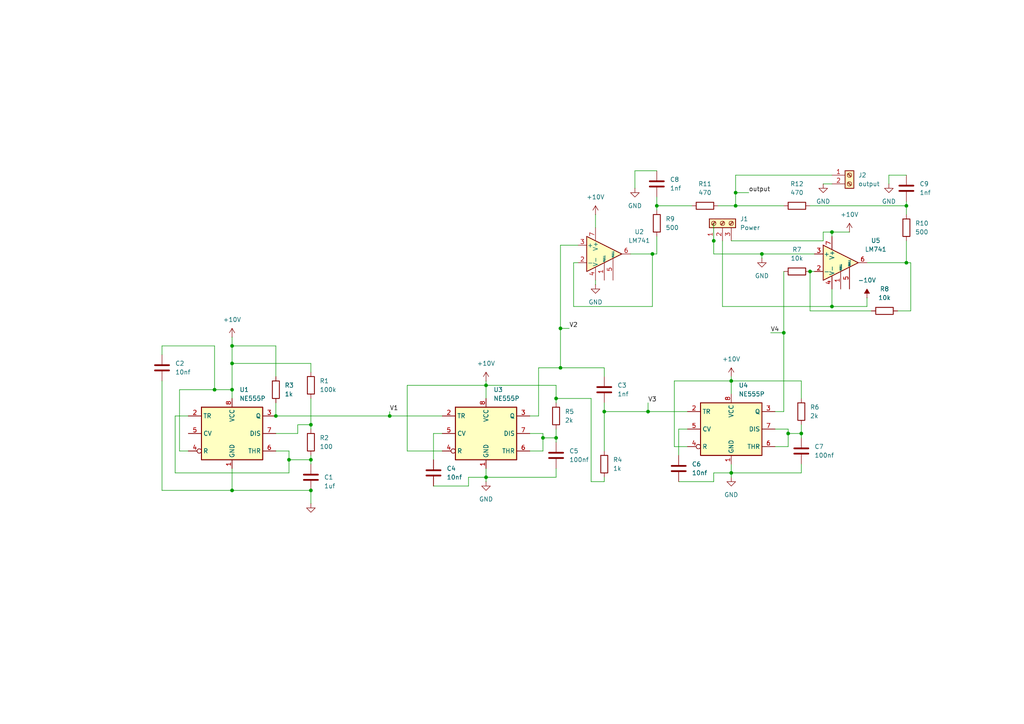
<source format=kicad_sch>
(kicad_sch
	(version 20250114)
	(generator "eeschema")
	(generator_version "9.0")
	(uuid "2c616d17-83a6-4a4b-b917-1a696751a23d")
	(paper "A4")
	(lib_symbols
		(symbol "Amplifier_Operational:LM741"
			(pin_names
				(offset 0.127)
			)
			(exclude_from_sim no)
			(in_bom yes)
			(on_board yes)
			(property "Reference" "U"
				(at 0 6.35 0)
				(effects
					(font
						(size 1.27 1.27)
					)
					(justify left)
				)
			)
			(property "Value" "LM741"
				(at 0 3.81 0)
				(effects
					(font
						(size 1.27 1.27)
					)
					(justify left)
				)
			)
			(property "Footprint" ""
				(at 1.27 1.27 0)
				(effects
					(font
						(size 1.27 1.27)
					)
					(hide yes)
				)
			)
			(property "Datasheet" "http://www.ti.com/lit/ds/symlink/lm741.pdf"
				(at 3.81 3.81 0)
				(effects
					(font
						(size 1.27 1.27)
					)
					(hide yes)
				)
			)
			(property "Description" "Operational Amplifier, DIP-8/TO-99-8"
				(at 0 0 0)
				(effects
					(font
						(size 1.27 1.27)
					)
					(hide yes)
				)
			)
			(property "ki_keywords" "single opamp"
				(at 0 0 0)
				(effects
					(font
						(size 1.27 1.27)
					)
					(hide yes)
				)
			)
			(property "ki_fp_filters" "SOIC*3.9x4.9mm*P1.27mm* DIP*W7.62mm* TSSOP*3x3mm*P0.65mm*"
				(at 0 0 0)
				(effects
					(font
						(size 1.27 1.27)
					)
					(hide yes)
				)
			)
			(symbol "LM741_0_1"
				(polyline
					(pts
						(xy -5.08 5.08) (xy 5.08 0) (xy -5.08 -5.08) (xy -5.08 5.08)
					)
					(stroke
						(width 0.254)
						(type default)
					)
					(fill
						(type background)
					)
				)
			)
			(symbol "LM741_1_1"
				(pin input line
					(at -7.62 2.54 0)
					(length 2.54)
					(name "+"
						(effects
							(font
								(size 1.27 1.27)
							)
						)
					)
					(number "3"
						(effects
							(font
								(size 1.27 1.27)
							)
						)
					)
				)
				(pin input line
					(at -7.62 -2.54 0)
					(length 2.54)
					(name "-"
						(effects
							(font
								(size 1.27 1.27)
							)
						)
					)
					(number "2"
						(effects
							(font
								(size 1.27 1.27)
							)
						)
					)
				)
				(pin power_in line
					(at -2.54 7.62 270)
					(length 3.81)
					(name "V+"
						(effects
							(font
								(size 1.27 1.27)
							)
						)
					)
					(number "7"
						(effects
							(font
								(size 1.27 1.27)
							)
						)
					)
				)
				(pin power_in line
					(at -2.54 -7.62 90)
					(length 3.81)
					(name "V-"
						(effects
							(font
								(size 1.27 1.27)
							)
						)
					)
					(number "4"
						(effects
							(font
								(size 1.27 1.27)
							)
						)
					)
				)
				(pin no_connect line
					(at 0 2.54 270)
					(length 2.54)
					(hide yes)
					(name "NC"
						(effects
							(font
								(size 1.27 1.27)
							)
						)
					)
					(number "8"
						(effects
							(font
								(size 1.27 1.27)
							)
						)
					)
				)
				(pin input line
					(at 0 -7.62 90)
					(length 5.08)
					(name "NULL"
						(effects
							(font
								(size 0.508 0.508)
							)
						)
					)
					(number "1"
						(effects
							(font
								(size 1.27 1.27)
							)
						)
					)
				)
				(pin input line
					(at 2.54 -7.62 90)
					(length 6.35)
					(name "NULL"
						(effects
							(font
								(size 0.508 0.508)
							)
						)
					)
					(number "5"
						(effects
							(font
								(size 1.27 1.27)
							)
						)
					)
				)
				(pin output line
					(at 7.62 0 180)
					(length 2.54)
					(name "~"
						(effects
							(font
								(size 1.27 1.27)
							)
						)
					)
					(number "6"
						(effects
							(font
								(size 1.27 1.27)
							)
						)
					)
				)
			)
			(embedded_fonts no)
		)
		(symbol "Connector:Screw_Terminal_01x02"
			(pin_names
				(offset 1.016)
				(hide yes)
			)
			(exclude_from_sim no)
			(in_bom yes)
			(on_board yes)
			(property "Reference" "J"
				(at 0 2.54 0)
				(effects
					(font
						(size 1.27 1.27)
					)
				)
			)
			(property "Value" "Screw_Terminal_01x02"
				(at 0 -5.08 0)
				(effects
					(font
						(size 1.27 1.27)
					)
				)
			)
			(property "Footprint" ""
				(at 0 0 0)
				(effects
					(font
						(size 1.27 1.27)
					)
					(hide yes)
				)
			)
			(property "Datasheet" "~"
				(at 0 0 0)
				(effects
					(font
						(size 1.27 1.27)
					)
					(hide yes)
				)
			)
			(property "Description" "Generic screw terminal, single row, 01x02, script generated (kicad-library-utils/schlib/autogen/connector/)"
				(at 0 0 0)
				(effects
					(font
						(size 1.27 1.27)
					)
					(hide yes)
				)
			)
			(property "ki_keywords" "screw terminal"
				(at 0 0 0)
				(effects
					(font
						(size 1.27 1.27)
					)
					(hide yes)
				)
			)
			(property "ki_fp_filters" "TerminalBlock*:*"
				(at 0 0 0)
				(effects
					(font
						(size 1.27 1.27)
					)
					(hide yes)
				)
			)
			(symbol "Screw_Terminal_01x02_1_1"
				(rectangle
					(start -1.27 1.27)
					(end 1.27 -3.81)
					(stroke
						(width 0.254)
						(type default)
					)
					(fill
						(type background)
					)
				)
				(polyline
					(pts
						(xy -0.5334 0.3302) (xy 0.3302 -0.508)
					)
					(stroke
						(width 0.1524)
						(type default)
					)
					(fill
						(type none)
					)
				)
				(polyline
					(pts
						(xy -0.5334 -2.2098) (xy 0.3302 -3.048)
					)
					(stroke
						(width 0.1524)
						(type default)
					)
					(fill
						(type none)
					)
				)
				(polyline
					(pts
						(xy -0.3556 0.508) (xy 0.508 -0.3302)
					)
					(stroke
						(width 0.1524)
						(type default)
					)
					(fill
						(type none)
					)
				)
				(polyline
					(pts
						(xy -0.3556 -2.032) (xy 0.508 -2.8702)
					)
					(stroke
						(width 0.1524)
						(type default)
					)
					(fill
						(type none)
					)
				)
				(circle
					(center 0 0)
					(radius 0.635)
					(stroke
						(width 0.1524)
						(type default)
					)
					(fill
						(type none)
					)
				)
				(circle
					(center 0 -2.54)
					(radius 0.635)
					(stroke
						(width 0.1524)
						(type default)
					)
					(fill
						(type none)
					)
				)
				(pin passive line
					(at -5.08 0 0)
					(length 3.81)
					(name "Pin_1"
						(effects
							(font
								(size 1.27 1.27)
							)
						)
					)
					(number "1"
						(effects
							(font
								(size 1.27 1.27)
							)
						)
					)
				)
				(pin passive line
					(at -5.08 -2.54 0)
					(length 3.81)
					(name "Pin_2"
						(effects
							(font
								(size 1.27 1.27)
							)
						)
					)
					(number "2"
						(effects
							(font
								(size 1.27 1.27)
							)
						)
					)
				)
			)
			(embedded_fonts no)
		)
		(symbol "Connector:Screw_Terminal_01x03"
			(pin_names
				(offset 1.016)
				(hide yes)
			)
			(exclude_from_sim no)
			(in_bom yes)
			(on_board yes)
			(property "Reference" "J"
				(at 0 5.08 0)
				(effects
					(font
						(size 1.27 1.27)
					)
				)
			)
			(property "Value" "Screw_Terminal_01x03"
				(at 0 -5.08 0)
				(effects
					(font
						(size 1.27 1.27)
					)
				)
			)
			(property "Footprint" ""
				(at 0 0 0)
				(effects
					(font
						(size 1.27 1.27)
					)
					(hide yes)
				)
			)
			(property "Datasheet" "~"
				(at 0 0 0)
				(effects
					(font
						(size 1.27 1.27)
					)
					(hide yes)
				)
			)
			(property "Description" "Generic screw terminal, single row, 01x03, script generated (kicad-library-utils/schlib/autogen/connector/)"
				(at 0 0 0)
				(effects
					(font
						(size 1.27 1.27)
					)
					(hide yes)
				)
			)
			(property "ki_keywords" "screw terminal"
				(at 0 0 0)
				(effects
					(font
						(size 1.27 1.27)
					)
					(hide yes)
				)
			)
			(property "ki_fp_filters" "TerminalBlock*:*"
				(at 0 0 0)
				(effects
					(font
						(size 1.27 1.27)
					)
					(hide yes)
				)
			)
			(symbol "Screw_Terminal_01x03_1_1"
				(rectangle
					(start -1.27 3.81)
					(end 1.27 -3.81)
					(stroke
						(width 0.254)
						(type default)
					)
					(fill
						(type background)
					)
				)
				(polyline
					(pts
						(xy -0.5334 2.8702) (xy 0.3302 2.032)
					)
					(stroke
						(width 0.1524)
						(type default)
					)
					(fill
						(type none)
					)
				)
				(polyline
					(pts
						(xy -0.5334 0.3302) (xy 0.3302 -0.508)
					)
					(stroke
						(width 0.1524)
						(type default)
					)
					(fill
						(type none)
					)
				)
				(polyline
					(pts
						(xy -0.5334 -2.2098) (xy 0.3302 -3.048)
					)
					(stroke
						(width 0.1524)
						(type default)
					)
					(fill
						(type none)
					)
				)
				(polyline
					(pts
						(xy -0.3556 3.048) (xy 0.508 2.2098)
					)
					(stroke
						(width 0.1524)
						(type default)
					)
					(fill
						(type none)
					)
				)
				(polyline
					(pts
						(xy -0.3556 0.508) (xy 0.508 -0.3302)
					)
					(stroke
						(width 0.1524)
						(type default)
					)
					(fill
						(type none)
					)
				)
				(polyline
					(pts
						(xy -0.3556 -2.032) (xy 0.508 -2.8702)
					)
					(stroke
						(width 0.1524)
						(type default)
					)
					(fill
						(type none)
					)
				)
				(circle
					(center 0 2.54)
					(radius 0.635)
					(stroke
						(width 0.1524)
						(type default)
					)
					(fill
						(type none)
					)
				)
				(circle
					(center 0 0)
					(radius 0.635)
					(stroke
						(width 0.1524)
						(type default)
					)
					(fill
						(type none)
					)
				)
				(circle
					(center 0 -2.54)
					(radius 0.635)
					(stroke
						(width 0.1524)
						(type default)
					)
					(fill
						(type none)
					)
				)
				(pin passive line
					(at -5.08 2.54 0)
					(length 3.81)
					(name "Pin_1"
						(effects
							(font
								(size 1.27 1.27)
							)
						)
					)
					(number "1"
						(effects
							(font
								(size 1.27 1.27)
							)
						)
					)
				)
				(pin passive line
					(at -5.08 0 0)
					(length 3.81)
					(name "Pin_2"
						(effects
							(font
								(size 1.27 1.27)
							)
						)
					)
					(number "2"
						(effects
							(font
								(size 1.27 1.27)
							)
						)
					)
				)
				(pin passive line
					(at -5.08 -2.54 0)
					(length 3.81)
					(name "Pin_3"
						(effects
							(font
								(size 1.27 1.27)
							)
						)
					)
					(number "3"
						(effects
							(font
								(size 1.27 1.27)
							)
						)
					)
				)
			)
			(embedded_fonts no)
		)
		(symbol "Device:C"
			(pin_numbers
				(hide yes)
			)
			(pin_names
				(offset 0.254)
			)
			(exclude_from_sim no)
			(in_bom yes)
			(on_board yes)
			(property "Reference" "C"
				(at 0.635 2.54 0)
				(effects
					(font
						(size 1.27 1.27)
					)
					(justify left)
				)
			)
			(property "Value" "C"
				(at 0.635 -2.54 0)
				(effects
					(font
						(size 1.27 1.27)
					)
					(justify left)
				)
			)
			(property "Footprint" ""
				(at 0.9652 -3.81 0)
				(effects
					(font
						(size 1.27 1.27)
					)
					(hide yes)
				)
			)
			(property "Datasheet" "~"
				(at 0 0 0)
				(effects
					(font
						(size 1.27 1.27)
					)
					(hide yes)
				)
			)
			(property "Description" "Unpolarized capacitor"
				(at 0 0 0)
				(effects
					(font
						(size 1.27 1.27)
					)
					(hide yes)
				)
			)
			(property "ki_keywords" "cap capacitor"
				(at 0 0 0)
				(effects
					(font
						(size 1.27 1.27)
					)
					(hide yes)
				)
			)
			(property "ki_fp_filters" "C_*"
				(at 0 0 0)
				(effects
					(font
						(size 1.27 1.27)
					)
					(hide yes)
				)
			)
			(symbol "C_0_1"
				(polyline
					(pts
						(xy -2.032 0.762) (xy 2.032 0.762)
					)
					(stroke
						(width 0.508)
						(type default)
					)
					(fill
						(type none)
					)
				)
				(polyline
					(pts
						(xy -2.032 -0.762) (xy 2.032 -0.762)
					)
					(stroke
						(width 0.508)
						(type default)
					)
					(fill
						(type none)
					)
				)
			)
			(symbol "C_1_1"
				(pin passive line
					(at 0 3.81 270)
					(length 2.794)
					(name "~"
						(effects
							(font
								(size 1.27 1.27)
							)
						)
					)
					(number "1"
						(effects
							(font
								(size 1.27 1.27)
							)
						)
					)
				)
				(pin passive line
					(at 0 -3.81 90)
					(length 2.794)
					(name "~"
						(effects
							(font
								(size 1.27 1.27)
							)
						)
					)
					(number "2"
						(effects
							(font
								(size 1.27 1.27)
							)
						)
					)
				)
			)
			(embedded_fonts no)
		)
		(symbol "Device:R"
			(pin_numbers
				(hide yes)
			)
			(pin_names
				(offset 0)
			)
			(exclude_from_sim no)
			(in_bom yes)
			(on_board yes)
			(property "Reference" "R"
				(at 2.032 0 90)
				(effects
					(font
						(size 1.27 1.27)
					)
				)
			)
			(property "Value" "R"
				(at 0 0 90)
				(effects
					(font
						(size 1.27 1.27)
					)
				)
			)
			(property "Footprint" ""
				(at -1.778 0 90)
				(effects
					(font
						(size 1.27 1.27)
					)
					(hide yes)
				)
			)
			(property "Datasheet" "~"
				(at 0 0 0)
				(effects
					(font
						(size 1.27 1.27)
					)
					(hide yes)
				)
			)
			(property "Description" "Resistor"
				(at 0 0 0)
				(effects
					(font
						(size 1.27 1.27)
					)
					(hide yes)
				)
			)
			(property "ki_keywords" "R res resistor"
				(at 0 0 0)
				(effects
					(font
						(size 1.27 1.27)
					)
					(hide yes)
				)
			)
			(property "ki_fp_filters" "R_*"
				(at 0 0 0)
				(effects
					(font
						(size 1.27 1.27)
					)
					(hide yes)
				)
			)
			(symbol "R_0_1"
				(rectangle
					(start -1.016 -2.54)
					(end 1.016 2.54)
					(stroke
						(width 0.254)
						(type default)
					)
					(fill
						(type none)
					)
				)
			)
			(symbol "R_1_1"
				(pin passive line
					(at 0 3.81 270)
					(length 1.27)
					(name "~"
						(effects
							(font
								(size 1.27 1.27)
							)
						)
					)
					(number "1"
						(effects
							(font
								(size 1.27 1.27)
							)
						)
					)
				)
				(pin passive line
					(at 0 -3.81 90)
					(length 1.27)
					(name "~"
						(effects
							(font
								(size 1.27 1.27)
							)
						)
					)
					(number "2"
						(effects
							(font
								(size 1.27 1.27)
							)
						)
					)
				)
			)
			(embedded_fonts no)
		)
		(symbol "Timer:NE555P"
			(exclude_from_sim no)
			(in_bom yes)
			(on_board yes)
			(property "Reference" "U"
				(at -10.16 8.89 0)
				(effects
					(font
						(size 1.27 1.27)
					)
					(justify left)
				)
			)
			(property "Value" "NE555P"
				(at 2.54 8.89 0)
				(effects
					(font
						(size 1.27 1.27)
					)
					(justify left)
				)
			)
			(property "Footprint" "Package_DIP:DIP-8_W7.62mm"
				(at 16.51 -10.16 0)
				(effects
					(font
						(size 1.27 1.27)
					)
					(hide yes)
				)
			)
			(property "Datasheet" "http://www.ti.com/lit/ds/symlink/ne555.pdf"
				(at 21.59 -10.16 0)
				(effects
					(font
						(size 1.27 1.27)
					)
					(hide yes)
				)
			)
			(property "Description" "Precision Timers, 555 compatible,  PDIP-8"
				(at 0 0 0)
				(effects
					(font
						(size 1.27 1.27)
					)
					(hide yes)
				)
			)
			(property "ki_keywords" "single timer 555"
				(at 0 0 0)
				(effects
					(font
						(size 1.27 1.27)
					)
					(hide yes)
				)
			)
			(property "ki_fp_filters" "DIP*W7.62mm*"
				(at 0 0 0)
				(effects
					(font
						(size 1.27 1.27)
					)
					(hide yes)
				)
			)
			(symbol "NE555P_0_0"
				(pin power_in line
					(at 0 10.16 270)
					(length 2.54)
					(name "VCC"
						(effects
							(font
								(size 1.27 1.27)
							)
						)
					)
					(number "8"
						(effects
							(font
								(size 1.27 1.27)
							)
						)
					)
				)
				(pin power_in line
					(at 0 -10.16 90)
					(length 2.54)
					(name "GND"
						(effects
							(font
								(size 1.27 1.27)
							)
						)
					)
					(number "1"
						(effects
							(font
								(size 1.27 1.27)
							)
						)
					)
				)
			)
			(symbol "NE555P_0_1"
				(rectangle
					(start -8.89 -7.62)
					(end 8.89 7.62)
					(stroke
						(width 0.254)
						(type default)
					)
					(fill
						(type background)
					)
				)
				(rectangle
					(start -8.89 -7.62)
					(end 8.89 7.62)
					(stroke
						(width 0.254)
						(type default)
					)
					(fill
						(type background)
					)
				)
			)
			(symbol "NE555P_1_1"
				(pin input line
					(at -12.7 5.08 0)
					(length 3.81)
					(name "TR"
						(effects
							(font
								(size 1.27 1.27)
							)
						)
					)
					(number "2"
						(effects
							(font
								(size 1.27 1.27)
							)
						)
					)
				)
				(pin input line
					(at -12.7 0 0)
					(length 3.81)
					(name "CV"
						(effects
							(font
								(size 1.27 1.27)
							)
						)
					)
					(number "5"
						(effects
							(font
								(size 1.27 1.27)
							)
						)
					)
				)
				(pin input inverted
					(at -12.7 -5.08 0)
					(length 3.81)
					(name "R"
						(effects
							(font
								(size 1.27 1.27)
							)
						)
					)
					(number "4"
						(effects
							(font
								(size 1.27 1.27)
							)
						)
					)
				)
				(pin output line
					(at 12.7 5.08 180)
					(length 3.81)
					(name "Q"
						(effects
							(font
								(size 1.27 1.27)
							)
						)
					)
					(number "3"
						(effects
							(font
								(size 1.27 1.27)
							)
						)
					)
				)
				(pin input line
					(at 12.7 0 180)
					(length 3.81)
					(name "DIS"
						(effects
							(font
								(size 1.27 1.27)
							)
						)
					)
					(number "7"
						(effects
							(font
								(size 1.27 1.27)
							)
						)
					)
				)
				(pin input line
					(at 12.7 -5.08 180)
					(length 3.81)
					(name "THR"
						(effects
							(font
								(size 1.27 1.27)
							)
						)
					)
					(number "6"
						(effects
							(font
								(size 1.27 1.27)
							)
						)
					)
				)
			)
			(embedded_fonts no)
		)
		(symbol "power:+10V"
			(power)
			(pin_numbers
				(hide yes)
			)
			(pin_names
				(offset 0)
				(hide yes)
			)
			(exclude_from_sim no)
			(in_bom yes)
			(on_board yes)
			(property "Reference" "#PWR"
				(at 0 -3.81 0)
				(effects
					(font
						(size 1.27 1.27)
					)
					(hide yes)
				)
			)
			(property "Value" "+10V"
				(at 0 3.556 0)
				(effects
					(font
						(size 1.27 1.27)
					)
				)
			)
			(property "Footprint" ""
				(at 0 0 0)
				(effects
					(font
						(size 1.27 1.27)
					)
					(hide yes)
				)
			)
			(property "Datasheet" ""
				(at 0 0 0)
				(effects
					(font
						(size 1.27 1.27)
					)
					(hide yes)
				)
			)
			(property "Description" "Power symbol creates a global label with name \"+10V\""
				(at 0 0 0)
				(effects
					(font
						(size 1.27 1.27)
					)
					(hide yes)
				)
			)
			(property "ki_keywords" "global power"
				(at 0 0 0)
				(effects
					(font
						(size 1.27 1.27)
					)
					(hide yes)
				)
			)
			(symbol "+10V_0_1"
				(polyline
					(pts
						(xy -0.762 1.27) (xy 0 2.54)
					)
					(stroke
						(width 0)
						(type default)
					)
					(fill
						(type none)
					)
				)
				(polyline
					(pts
						(xy 0 2.54) (xy 0.762 1.27)
					)
					(stroke
						(width 0)
						(type default)
					)
					(fill
						(type none)
					)
				)
				(polyline
					(pts
						(xy 0 0) (xy 0 2.54)
					)
					(stroke
						(width 0)
						(type default)
					)
					(fill
						(type none)
					)
				)
			)
			(symbol "+10V_1_1"
				(pin power_in line
					(at 0 0 90)
					(length 0)
					(name "~"
						(effects
							(font
								(size 1.27 1.27)
							)
						)
					)
					(number "1"
						(effects
							(font
								(size 1.27 1.27)
							)
						)
					)
				)
			)
			(embedded_fonts no)
		)
		(symbol "power:-10V"
			(power)
			(pin_numbers
				(hide yes)
			)
			(pin_names
				(offset 0)
				(hide yes)
			)
			(exclude_from_sim no)
			(in_bom yes)
			(on_board yes)
			(property "Reference" "#PWR"
				(at 0 -3.81 0)
				(effects
					(font
						(size 1.27 1.27)
					)
					(hide yes)
				)
			)
			(property "Value" "-10V"
				(at 0 3.556 0)
				(effects
					(font
						(size 1.27 1.27)
					)
				)
			)
			(property "Footprint" ""
				(at 0 0 0)
				(effects
					(font
						(size 1.27 1.27)
					)
					(hide yes)
				)
			)
			(property "Datasheet" ""
				(at 0 0 0)
				(effects
					(font
						(size 1.27 1.27)
					)
					(hide yes)
				)
			)
			(property "Description" "Power symbol creates a global label with name \"-10V\""
				(at 0 0 0)
				(effects
					(font
						(size 1.27 1.27)
					)
					(hide yes)
				)
			)
			(property "ki_keywords" "global power"
				(at 0 0 0)
				(effects
					(font
						(size 1.27 1.27)
					)
					(hide yes)
				)
			)
			(symbol "-10V_0_0"
				(pin power_in line
					(at 0 0 90)
					(length 0)
					(name "~"
						(effects
							(font
								(size 1.27 1.27)
							)
						)
					)
					(number "1"
						(effects
							(font
								(size 1.27 1.27)
							)
						)
					)
				)
			)
			(symbol "-10V_0_1"
				(polyline
					(pts
						(xy 0 0) (xy 0 1.27) (xy 0.762 1.27) (xy 0 2.54) (xy -0.762 1.27) (xy 0 1.27)
					)
					(stroke
						(width 0)
						(type default)
					)
					(fill
						(type outline)
					)
				)
			)
			(embedded_fonts no)
		)
		(symbol "power:GND"
			(power)
			(pin_numbers
				(hide yes)
			)
			(pin_names
				(offset 0)
				(hide yes)
			)
			(exclude_from_sim no)
			(in_bom yes)
			(on_board yes)
			(property "Reference" "#PWR"
				(at 0 -6.35 0)
				(effects
					(font
						(size 1.27 1.27)
					)
					(hide yes)
				)
			)
			(property "Value" "GND"
				(at 0 -3.81 0)
				(effects
					(font
						(size 1.27 1.27)
					)
				)
			)
			(property "Footprint" ""
				(at 0 0 0)
				(effects
					(font
						(size 1.27 1.27)
					)
					(hide yes)
				)
			)
			(property "Datasheet" ""
				(at 0 0 0)
				(effects
					(font
						(size 1.27 1.27)
					)
					(hide yes)
				)
			)
			(property "Description" "Power symbol creates a global label with name \"GND\" , ground"
				(at 0 0 0)
				(effects
					(font
						(size 1.27 1.27)
					)
					(hide yes)
				)
			)
			(property "ki_keywords" "global power"
				(at 0 0 0)
				(effects
					(font
						(size 1.27 1.27)
					)
					(hide yes)
				)
			)
			(symbol "GND_0_1"
				(polyline
					(pts
						(xy 0 0) (xy 0 -1.27) (xy 1.27 -1.27) (xy 0 -2.54) (xy -1.27 -1.27) (xy 0 -1.27)
					)
					(stroke
						(width 0)
						(type default)
					)
					(fill
						(type none)
					)
				)
			)
			(symbol "GND_1_1"
				(pin power_in line
					(at 0 0 270)
					(length 0)
					(name "~"
						(effects
							(font
								(size 1.27 1.27)
							)
						)
					)
					(number "1"
						(effects
							(font
								(size 1.27 1.27)
							)
						)
					)
				)
			)
			(embedded_fonts no)
		)
	)
	(junction
		(at 262.89 59.69)
		(diameter 0)
		(color 0 0 0 0)
		(uuid "08989beb-044c-46e3-8578-e26b6ad13165")
	)
	(junction
		(at 212.09 137.16)
		(diameter 0)
		(color 0 0 0 0)
		(uuid "0aea54e2-8f11-41db-abc7-19f1683cc6f6")
	)
	(junction
		(at 241.3 67.31)
		(diameter 0)
		(color 0 0 0 0)
		(uuid "0f238123-a9b6-425d-8cf6-4d2e0ea4b7f2")
	)
	(junction
		(at 62.23 113.03)
		(diameter 0)
		(color 0 0 0 0)
		(uuid "16583b91-a1ea-4666-9d50-e43aa0ada1c2")
	)
	(junction
		(at 113.03 120.65)
		(diameter 0)
		(color 0 0 0 0)
		(uuid "1ab4f29d-43b7-4db5-bd66-b0ff8f8abf15")
	)
	(junction
		(at 67.31 142.24)
		(diameter 0)
		(color 0 0 0 0)
		(uuid "269d3de5-da4a-4ac4-8734-7c66440e8c8e")
	)
	(junction
		(at 213.36 59.69)
		(diameter 0)
		(color 0 0 0 0)
		(uuid "2b8aabc2-5810-4efc-a7cb-caec2cec9b31")
	)
	(junction
		(at 262.89 76.2)
		(diameter 0)
		(color 0 0 0 0)
		(uuid "2cfa1b94-0f9b-4bcd-bf29-5df61b42a52b")
	)
	(junction
		(at 67.31 113.03)
		(diameter 0)
		(color 0 0 0 0)
		(uuid "46fc01d8-8aed-4a92-965d-738fe77d808b")
	)
	(junction
		(at 187.96 119.38)
		(diameter 0)
		(color 0 0 0 0)
		(uuid "59af5882-b182-4d9e-8a64-b3c89e21a60e")
	)
	(junction
		(at 189.23 73.66)
		(diameter 0)
		(color 0 0 0 0)
		(uuid "631390bc-0f5a-4900-b210-365183f7f511")
	)
	(junction
		(at 140.97 138.43)
		(diameter 0)
		(color 0 0 0 0)
		(uuid "64fec26f-0715-468d-a3f0-cc4c74f021d7")
	)
	(junction
		(at 90.17 123.19)
		(diameter 0)
		(color 0 0 0 0)
		(uuid "71244293-c536-489f-a0aa-60b27084202c")
	)
	(junction
		(at 227.33 96.52)
		(diameter 0)
		(color 0 0 0 0)
		(uuid "75c911b5-94b4-46ef-bc34-7e4e1a09ad5f")
	)
	(junction
		(at 175.26 119.38)
		(diameter 0)
		(color 0 0 0 0)
		(uuid "77952a90-3682-4ee2-a484-f78385c2d62e")
	)
	(junction
		(at 161.29 127)
		(diameter 0)
		(color 0 0 0 0)
		(uuid "7e6c7824-618b-4800-93c7-df0b71298691")
	)
	(junction
		(at 83.82 133.35)
		(diameter 0)
		(color 0 0 0 0)
		(uuid "804f4222-1d3b-45ce-9174-3da805714dc1")
	)
	(junction
		(at 162.56 95.25)
		(diameter 0)
		(color 0 0 0 0)
		(uuid "842fa9ed-cc61-424f-876d-979df244df44")
	)
	(junction
		(at 161.29 115.57)
		(diameter 0)
		(color 0 0 0 0)
		(uuid "8bdfedb1-93b4-466e-a7b7-62bda0afbe98")
	)
	(junction
		(at 213.36 55.88)
		(diameter 0)
		(color 0 0 0 0)
		(uuid "8c551490-c8df-4ec3-a982-f4659bca4b20")
	)
	(junction
		(at 212.09 110.49)
		(diameter 0)
		(color 0 0 0 0)
		(uuid "9027941c-d594-470b-8b9e-b29b36391d25")
	)
	(junction
		(at 162.56 106.68)
		(diameter 0)
		(color 0 0 0 0)
		(uuid "91fb7aba-deec-4950-a365-01b45542842c")
	)
	(junction
		(at 241.3 88.9)
		(diameter 0)
		(color 0 0 0 0)
		(uuid "9265ac6e-6cce-44dd-a71a-724bb25d4578")
	)
	(junction
		(at 228.6 125.73)
		(diameter 0)
		(color 0 0 0 0)
		(uuid "99be6ca7-c5fa-46ee-b3f0-33b7ab89f6f9")
	)
	(junction
		(at 90.17 133.35)
		(diameter 0)
		(color 0 0 0 0)
		(uuid "9f6395ee-4db5-4f7f-a31c-1246bbedd1a6")
	)
	(junction
		(at 140.97 111.76)
		(diameter 0)
		(color 0 0 0 0)
		(uuid "b201e885-9223-4476-a0ea-8f6fa8ef5ae5")
	)
	(junction
		(at 90.17 142.24)
		(diameter 0)
		(color 0 0 0 0)
		(uuid "b49cb47f-f2f1-4202-bcb7-d4ee0be0e937")
	)
	(junction
		(at 232.41 125.73)
		(diameter 0)
		(color 0 0 0 0)
		(uuid "df43c88b-6782-4b31-ad75-4786d0c3ceb8")
	)
	(junction
		(at 234.95 78.74)
		(diameter 0)
		(color 0 0 0 0)
		(uuid "e05ab32d-6f09-479c-9319-fbdcab2787b4")
	)
	(junction
		(at 190.5 59.69)
		(diameter 0)
		(color 0 0 0 0)
		(uuid "e6a56db8-3937-45fa-b80c-58cdc7dc0c12")
	)
	(junction
		(at 67.31 100.33)
		(diameter 0)
		(color 0 0 0 0)
		(uuid "e78e70a1-39b4-4cd9-abc4-d896c58230fc")
	)
	(junction
		(at 220.98 73.66)
		(diameter 0)
		(color 0 0 0 0)
		(uuid "e8421bb2-5f6f-4bb6-988e-a5cffc2e5cd7")
	)
	(junction
		(at 157.48 127)
		(diameter 0)
		(color 0 0 0 0)
		(uuid "f30a1b7c-8370-4759-84dd-852d3f7c0525")
	)
	(junction
		(at 80.01 120.65)
		(diameter 0)
		(color 0 0 0 0)
		(uuid "f4c4cd37-2cb3-4e92-8104-b788c05d4180")
	)
	(junction
		(at 67.31 105.41)
		(diameter 0)
		(color 0 0 0 0)
		(uuid "f6fc57d6-05f1-4e02-bb5a-9c4e1fa42f85")
	)
	(junction
		(at 207.01 69.85)
		(diameter 0)
		(color 0 0 0 0)
		(uuid "fa316f74-2a5d-4e43-8e62-085d97847ecd")
	)
	(wire
		(pts
			(xy 128.27 130.81) (xy 118.11 130.81)
		)
		(stroke
			(width 0)
			(type default)
		)
		(uuid "003e0509-86ec-4354-b7a0-7f720c447b8a")
	)
	(wire
		(pts
			(xy 52.07 130.81) (xy 52.07 113.03)
		)
		(stroke
			(width 0)
			(type default)
		)
		(uuid "00f9454f-7528-4c56-9027-c4e0ca8b8803")
	)
	(wire
		(pts
			(xy 90.17 105.41) (xy 90.17 107.95)
		)
		(stroke
			(width 0)
			(type default)
		)
		(uuid "014c904d-dc91-4890-b3a6-06aa857e8bef")
	)
	(wire
		(pts
			(xy 80.01 130.81) (xy 83.82 130.81)
		)
		(stroke
			(width 0)
			(type default)
		)
		(uuid "02836093-bc5a-4aba-a859-5359ffd7149f")
	)
	(wire
		(pts
			(xy 212.09 137.16) (xy 212.09 138.43)
		)
		(stroke
			(width 0)
			(type default)
		)
		(uuid "04c6ed17-2607-413f-a0a1-65d33f20d764")
	)
	(wire
		(pts
			(xy 83.82 137.16) (xy 83.82 133.35)
		)
		(stroke
			(width 0)
			(type default)
		)
		(uuid "08a08abe-659e-4dba-a84f-4ad8c86332fe")
	)
	(wire
		(pts
			(xy 140.97 110.49) (xy 140.97 111.76)
		)
		(stroke
			(width 0)
			(type default)
		)
		(uuid "0a5468c8-11bf-4d84-8dae-0728179aa29f")
	)
	(wire
		(pts
			(xy 238.76 69.85) (xy 238.76 67.31)
		)
		(stroke
			(width 0)
			(type default)
		)
		(uuid "0d7f1f8f-3459-4e6d-9b24-fd0efabf8cad")
	)
	(wire
		(pts
			(xy 227.33 96.52) (xy 227.33 119.38)
		)
		(stroke
			(width 0)
			(type default)
		)
		(uuid "0ec95e77-7a5d-4e2e-80e1-6f49a4e65763")
	)
	(wire
		(pts
			(xy 252.73 90.17) (xy 234.95 90.17)
		)
		(stroke
			(width 0)
			(type default)
		)
		(uuid "10abd6e3-7570-4605-b84c-53085ae2a613")
	)
	(wire
		(pts
			(xy 46.99 100.33) (xy 62.23 100.33)
		)
		(stroke
			(width 0)
			(type default)
		)
		(uuid "111c1213-3e93-4519-bb9a-38ee5210a658")
	)
	(wire
		(pts
			(xy 167.64 76.2) (xy 166.37 76.2)
		)
		(stroke
			(width 0)
			(type default)
		)
		(uuid "15d90649-6bb4-4242-aea5-2437e0be4033")
	)
	(wire
		(pts
			(xy 175.26 116.84) (xy 175.26 119.38)
		)
		(stroke
			(width 0)
			(type default)
		)
		(uuid "1863c08f-a5bd-43b1-872d-5d93e1707466")
	)
	(wire
		(pts
			(xy 224.79 119.38) (xy 227.33 119.38)
		)
		(stroke
			(width 0)
			(type default)
		)
		(uuid "1a6f52cf-3a7b-4364-b581-f5b084d1db5f")
	)
	(wire
		(pts
			(xy 46.99 110.49) (xy 46.99 142.24)
		)
		(stroke
			(width 0)
			(type default)
		)
		(uuid "1af08615-594f-4889-b551-5ef2b096dfb8")
	)
	(wire
		(pts
			(xy 118.11 111.76) (xy 140.97 111.76)
		)
		(stroke
			(width 0)
			(type default)
		)
		(uuid "1c52af47-9b5e-4f4a-a10b-9d9f2d675506")
	)
	(wire
		(pts
			(xy 171.45 115.57) (xy 161.29 115.57)
		)
		(stroke
			(width 0)
			(type default)
		)
		(uuid "1d470016-c025-4963-86c9-790f5208e680")
	)
	(wire
		(pts
			(xy 212.09 134.62) (xy 212.09 137.16)
		)
		(stroke
			(width 0)
			(type default)
		)
		(uuid "1de0b533-091a-4f33-86a3-d5de0a04675d")
	)
	(wire
		(pts
			(xy 228.6 129.54) (xy 224.79 129.54)
		)
		(stroke
			(width 0)
			(type default)
		)
		(uuid "2292bd87-cd41-4be8-9d04-72e09a4c6060")
	)
	(wire
		(pts
			(xy 241.3 88.9) (xy 251.46 88.9)
		)
		(stroke
			(width 0)
			(type default)
		)
		(uuid "23b6282b-fd9f-417d-b496-5bcd39572360")
	)
	(wire
		(pts
			(xy 190.5 59.69) (xy 190.5 60.96)
		)
		(stroke
			(width 0)
			(type default)
		)
		(uuid "25bdffa2-0546-48db-b418-62eeb085da0e")
	)
	(wire
		(pts
			(xy 157.48 127) (xy 157.48 130.81)
		)
		(stroke
			(width 0)
			(type default)
		)
		(uuid "26d5c1a6-84a1-47a0-acb0-73ba6514f61b")
	)
	(wire
		(pts
			(xy 241.3 67.31) (xy 241.3 68.58)
		)
		(stroke
			(width 0)
			(type default)
		)
		(uuid "26ef8cb1-0138-423b-a1d7-d8681180f4f4")
	)
	(wire
		(pts
			(xy 257.81 50.8) (xy 257.81 53.34)
		)
		(stroke
			(width 0)
			(type default)
		)
		(uuid "29d52f86-ae48-4959-8480-7212a4c45f2c")
	)
	(wire
		(pts
			(xy 62.23 100.33) (xy 62.23 113.03)
		)
		(stroke
			(width 0)
			(type default)
		)
		(uuid "29e99610-5d7f-4213-b9bb-6eaacf207f35")
	)
	(wire
		(pts
			(xy 125.73 140.97) (xy 135.89 140.97)
		)
		(stroke
			(width 0)
			(type default)
		)
		(uuid "2adbca17-05eb-4c6d-9752-f0699645f251")
	)
	(wire
		(pts
			(xy 213.36 50.8) (xy 213.36 55.88)
		)
		(stroke
			(width 0)
			(type default)
		)
		(uuid "2b514a5a-da09-47b7-8bd8-dff9266937ca")
	)
	(wire
		(pts
			(xy 86.36 125.73) (xy 86.36 123.19)
		)
		(stroke
			(width 0)
			(type default)
		)
		(uuid "2b73fff4-d51f-4f9a-a579-6f40245f1121")
	)
	(wire
		(pts
			(xy 80.01 116.84) (xy 80.01 120.65)
		)
		(stroke
			(width 0)
			(type default)
		)
		(uuid "2ddae3da-88e9-4aeb-8595-d2cf75a141ef")
	)
	(wire
		(pts
			(xy 113.03 120.65) (xy 128.27 120.65)
		)
		(stroke
			(width 0)
			(type default)
		)
		(uuid "302cf62f-cd90-4de9-bcb5-168101190eb8")
	)
	(wire
		(pts
			(xy 175.26 109.22) (xy 175.26 106.68)
		)
		(stroke
			(width 0)
			(type default)
		)
		(uuid "310944ea-1914-4d31-914a-ddcdcd320c9a")
	)
	(wire
		(pts
			(xy 46.99 102.87) (xy 46.99 100.33)
		)
		(stroke
			(width 0)
			(type default)
		)
		(uuid "312080f8-c007-4659-8375-c498e43fc823")
	)
	(wire
		(pts
			(xy 262.89 59.69) (xy 262.89 62.23)
		)
		(stroke
			(width 0)
			(type default)
		)
		(uuid "3172430d-22f1-4406-9000-f7b56dff4c91")
	)
	(wire
		(pts
			(xy 232.41 137.16) (xy 212.09 137.16)
		)
		(stroke
			(width 0)
			(type default)
		)
		(uuid "38679901-97a4-43cc-a691-fc1a4f51c607")
	)
	(wire
		(pts
			(xy 264.16 90.17) (xy 260.35 90.17)
		)
		(stroke
			(width 0)
			(type default)
		)
		(uuid "3a67db70-3fac-471c-b347-267d3ee0462a")
	)
	(wire
		(pts
			(xy 209.55 88.9) (xy 241.3 88.9)
		)
		(stroke
			(width 0)
			(type default)
		)
		(uuid "3bb5e743-d954-41bc-92c6-6d0e05a2b658")
	)
	(wire
		(pts
			(xy 67.31 105.41) (xy 90.17 105.41)
		)
		(stroke
			(width 0)
			(type default)
		)
		(uuid "3c3026fd-b04e-4c2a-91a4-4e2d1d7ac167")
	)
	(wire
		(pts
			(xy 161.29 124.46) (xy 161.29 127)
		)
		(stroke
			(width 0)
			(type default)
		)
		(uuid "3dc30872-d34c-42b6-8a22-efdfa1557414")
	)
	(wire
		(pts
			(xy 207.01 139.7) (xy 207.01 137.16)
		)
		(stroke
			(width 0)
			(type default)
		)
		(uuid "3fcc5747-dd3e-4437-9e88-ead83ebcf3d2")
	)
	(wire
		(pts
			(xy 165.1 95.25) (xy 162.56 95.25)
		)
		(stroke
			(width 0)
			(type default)
		)
		(uuid "413220fd-6c83-486d-85b0-2223f89d2664")
	)
	(wire
		(pts
			(xy 190.5 68.58) (xy 190.5 73.66)
		)
		(stroke
			(width 0)
			(type default)
		)
		(uuid "44e53cdb-c3c5-4134-94e9-5bf7422b8a18")
	)
	(wire
		(pts
			(xy 195.58 110.49) (xy 212.09 110.49)
		)
		(stroke
			(width 0)
			(type default)
		)
		(uuid "457ff720-9df8-4b9a-a8fd-af4970392eab")
	)
	(wire
		(pts
			(xy 232.41 125.73) (xy 232.41 127)
		)
		(stroke
			(width 0)
			(type default)
		)
		(uuid "470d81b9-221d-4759-869c-2fd45f37e939")
	)
	(wire
		(pts
			(xy 190.5 59.69) (xy 200.66 59.69)
		)
		(stroke
			(width 0)
			(type default)
		)
		(uuid "47203184-9861-48f5-897d-6c52d8fb7d41")
	)
	(wire
		(pts
			(xy 208.28 59.69) (xy 213.36 59.69)
		)
		(stroke
			(width 0)
			(type default)
		)
		(uuid "4762f9dc-54ab-4328-9788-e8278f38d981")
	)
	(wire
		(pts
			(xy 67.31 135.89) (xy 67.31 142.24)
		)
		(stroke
			(width 0)
			(type default)
		)
		(uuid "4799c8cb-2525-45b0-b69b-183137e49e26")
	)
	(wire
		(pts
			(xy 213.36 59.69) (xy 227.33 59.69)
		)
		(stroke
			(width 0)
			(type default)
		)
		(uuid "4d1069b0-0fb7-4983-81d3-45e62afd2795")
	)
	(wire
		(pts
			(xy 223.52 96.52) (xy 227.33 96.52)
		)
		(stroke
			(width 0)
			(type default)
		)
		(uuid "4d11a884-6660-4d61-a8d8-96513561f006")
	)
	(wire
		(pts
			(xy 187.96 119.38) (xy 199.39 119.38)
		)
		(stroke
			(width 0)
			(type default)
		)
		(uuid "4d80b0ab-4cba-4ad0-b908-792e6588d596")
	)
	(wire
		(pts
			(xy 262.89 58.42) (xy 262.89 59.69)
		)
		(stroke
			(width 0)
			(type default)
		)
		(uuid "4ea90bea-163d-4656-819b-86aec6ba78e2")
	)
	(wire
		(pts
			(xy 171.45 139.7) (xy 171.45 115.57)
		)
		(stroke
			(width 0)
			(type default)
		)
		(uuid "4f84f326-f45a-46a5-9fe3-06ce43b792c2")
	)
	(wire
		(pts
			(xy 264.16 76.2) (xy 264.16 90.17)
		)
		(stroke
			(width 0)
			(type default)
		)
		(uuid "50059dd4-11da-4cb5-bfaa-958618f2a636")
	)
	(wire
		(pts
			(xy 228.6 124.46) (xy 228.6 125.73)
		)
		(stroke
			(width 0)
			(type default)
		)
		(uuid "519ad251-5378-49a6-9809-9756d0bf9706")
	)
	(wire
		(pts
			(xy 161.29 138.43) (xy 140.97 138.43)
		)
		(stroke
			(width 0)
			(type default)
		)
		(uuid "529d17f1-3969-44d6-b116-6eabb300c525")
	)
	(wire
		(pts
			(xy 228.6 125.73) (xy 228.6 129.54)
		)
		(stroke
			(width 0)
			(type default)
		)
		(uuid "52b37844-fe1c-479d-98b2-e270170a5efe")
	)
	(wire
		(pts
			(xy 156.21 106.68) (xy 156.21 120.65)
		)
		(stroke
			(width 0)
			(type default)
		)
		(uuid "5aece020-4d54-4801-bdb1-34ea35e8d18f")
	)
	(wire
		(pts
			(xy 232.41 134.62) (xy 232.41 137.16)
		)
		(stroke
			(width 0)
			(type default)
		)
		(uuid "5b2eea3e-d697-415c-964b-bd38afba2c1d")
	)
	(wire
		(pts
			(xy 228.6 125.73) (xy 232.41 125.73)
		)
		(stroke
			(width 0)
			(type default)
		)
		(uuid "5b30068c-c299-47ad-a5c8-bd01ebeb3f68")
	)
	(wire
		(pts
			(xy 161.29 115.57) (xy 161.29 116.84)
		)
		(stroke
			(width 0)
			(type default)
		)
		(uuid "5c6275ba-bad5-46ec-b360-663b1e3ad93a")
	)
	(wire
		(pts
			(xy 83.82 130.81) (xy 83.82 133.35)
		)
		(stroke
			(width 0)
			(type default)
		)
		(uuid "61e57c7e-9be0-4bcf-bbd1-565d5dec458e")
	)
	(wire
		(pts
			(xy 251.46 76.2) (xy 262.89 76.2)
		)
		(stroke
			(width 0)
			(type default)
		)
		(uuid "6250f082-36ce-4e8c-9f13-99365d9c1315")
	)
	(wire
		(pts
			(xy 213.36 50.8) (xy 241.3 50.8)
		)
		(stroke
			(width 0)
			(type default)
		)
		(uuid "64c4fc5a-7590-44f3-87b4-130cb68b2f00")
	)
	(wire
		(pts
			(xy 118.11 130.81) (xy 118.11 111.76)
		)
		(stroke
			(width 0)
			(type default)
		)
		(uuid "6607436e-a365-474a-815e-39ad06d22f65")
	)
	(wire
		(pts
			(xy 90.17 133.35) (xy 90.17 134.62)
		)
		(stroke
			(width 0)
			(type default)
		)
		(uuid "66e87afb-086f-482b-b2e7-be877237bdb7")
	)
	(wire
		(pts
			(xy 224.79 124.46) (xy 228.6 124.46)
		)
		(stroke
			(width 0)
			(type default)
		)
		(uuid "6a7e814b-e4e9-483b-808f-31700831e773")
	)
	(wire
		(pts
			(xy 125.73 133.35) (xy 125.73 125.73)
		)
		(stroke
			(width 0)
			(type default)
		)
		(uuid "6ba044ba-0720-44aa-bca1-22f1704f8000")
	)
	(wire
		(pts
			(xy 162.56 71.12) (xy 162.56 95.25)
		)
		(stroke
			(width 0)
			(type default)
		)
		(uuid "6cd4d2dd-14f6-4fec-ab11-3cfb89dceeb9")
	)
	(wire
		(pts
			(xy 90.17 123.19) (xy 90.17 124.46)
		)
		(stroke
			(width 0)
			(type default)
		)
		(uuid "6d9d0305-a0c6-4970-82e7-238087f6e63e")
	)
	(wire
		(pts
			(xy 166.37 76.2) (xy 166.37 88.9)
		)
		(stroke
			(width 0)
			(type default)
		)
		(uuid "6e8d88f8-b28c-463d-9c49-4e26887a9146")
	)
	(wire
		(pts
			(xy 187.96 116.84) (xy 187.96 119.38)
		)
		(stroke
			(width 0)
			(type default)
		)
		(uuid "6ec2e048-bfc8-4d06-a7fe-80993a5de5b9")
	)
	(wire
		(pts
			(xy 238.76 53.34) (xy 241.3 53.34)
		)
		(stroke
			(width 0)
			(type default)
		)
		(uuid "730027f0-2fc1-4b9b-b98b-71bab73dd185")
	)
	(wire
		(pts
			(xy 234.95 90.17) (xy 234.95 78.74)
		)
		(stroke
			(width 0)
			(type default)
		)
		(uuid "73278eee-c9dc-48bb-885c-441bfa582e61")
	)
	(wire
		(pts
			(xy 157.48 130.81) (xy 153.67 130.81)
		)
		(stroke
			(width 0)
			(type default)
		)
		(uuid "7482d07e-dc7b-405f-8c24-759181b9c21c")
	)
	(wire
		(pts
			(xy 54.61 120.65) (xy 50.8 120.65)
		)
		(stroke
			(width 0)
			(type default)
		)
		(uuid "74c43813-5bdd-4e5d-bbd4-e6a5ca60471f")
	)
	(wire
		(pts
			(xy 162.56 71.12) (xy 167.64 71.12)
		)
		(stroke
			(width 0)
			(type default)
		)
		(uuid "763d4b62-2a5b-4374-877e-b61b03a216ac")
	)
	(wire
		(pts
			(xy 190.5 73.66) (xy 189.23 73.66)
		)
		(stroke
			(width 0)
			(type default)
		)
		(uuid "7656f025-529f-4c7c-af84-ff45162043c0")
	)
	(wire
		(pts
			(xy 262.89 76.2) (xy 264.16 76.2)
		)
		(stroke
			(width 0)
			(type default)
		)
		(uuid "7894282c-5304-4a66-a1eb-fe0bd4f6f181")
	)
	(wire
		(pts
			(xy 262.89 50.8) (xy 257.81 50.8)
		)
		(stroke
			(width 0)
			(type default)
		)
		(uuid "78a95f4a-59bc-4f70-a587-27e4622c9f06")
	)
	(wire
		(pts
			(xy 161.29 135.89) (xy 161.29 138.43)
		)
		(stroke
			(width 0)
			(type default)
		)
		(uuid "79079ab2-f80e-4e55-8004-975988226e89")
	)
	(wire
		(pts
			(xy 67.31 115.57) (xy 67.31 113.03)
		)
		(stroke
			(width 0)
			(type default)
		)
		(uuid "7fdc2f82-e4e0-49af-9e6f-26e048530f78")
	)
	(wire
		(pts
			(xy 232.41 123.19) (xy 232.41 125.73)
		)
		(stroke
			(width 0)
			(type default)
		)
		(uuid "80782a3a-f24c-4bbb-955a-a82b9dd7dcab")
	)
	(wire
		(pts
			(xy 86.36 123.19) (xy 90.17 123.19)
		)
		(stroke
			(width 0)
			(type default)
		)
		(uuid "82e07926-cc60-4c1a-a3bc-103bd492f1a5")
	)
	(wire
		(pts
			(xy 52.07 113.03) (xy 62.23 113.03)
		)
		(stroke
			(width 0)
			(type default)
		)
		(uuid "832bf5fd-3f28-4939-9dd8-2121af7c634a")
	)
	(wire
		(pts
			(xy 189.23 88.9) (xy 189.23 73.66)
		)
		(stroke
			(width 0)
			(type default)
		)
		(uuid "8874763c-c32e-4a4a-b8f7-be3eefbd2d63")
	)
	(wire
		(pts
			(xy 161.29 111.76) (xy 161.29 115.57)
		)
		(stroke
			(width 0)
			(type default)
		)
		(uuid "889079f5-ee17-4e53-ac50-bc25f30e4ce2")
	)
	(wire
		(pts
			(xy 80.01 125.73) (xy 86.36 125.73)
		)
		(stroke
			(width 0)
			(type default)
		)
		(uuid "8a61d6fe-964c-4105-976a-732052a1178f")
	)
	(wire
		(pts
			(xy 220.98 73.66) (xy 236.22 73.66)
		)
		(stroke
			(width 0)
			(type default)
		)
		(uuid "8aa4be3f-2f79-41bc-936c-df644da6a837")
	)
	(wire
		(pts
			(xy 140.97 111.76) (xy 140.97 115.57)
		)
		(stroke
			(width 0)
			(type default)
		)
		(uuid "8cc1e164-2d9c-4125-8895-bda3b85b0a3b")
	)
	(wire
		(pts
			(xy 232.41 110.49) (xy 232.41 115.57)
		)
		(stroke
			(width 0)
			(type default)
		)
		(uuid "8ef4ecf7-d803-49a4-b5ce-64e3bed10a87")
	)
	(wire
		(pts
			(xy 251.46 88.9) (xy 251.46 86.36)
		)
		(stroke
			(width 0)
			(type default)
		)
		(uuid "906ac77b-bc7c-4366-9c24-1459175a588b")
	)
	(wire
		(pts
			(xy 220.98 73.66) (xy 220.98 74.93)
		)
		(stroke
			(width 0)
			(type default)
		)
		(uuid "91b01267-3d72-4b79-8f64-0f10070d432c")
	)
	(wire
		(pts
			(xy 46.99 142.24) (xy 67.31 142.24)
		)
		(stroke
			(width 0)
			(type default)
		)
		(uuid "92032dce-afc8-49e5-b4b3-39d1394cc87a")
	)
	(wire
		(pts
			(xy 67.31 100.33) (xy 67.31 105.41)
		)
		(stroke
			(width 0)
			(type default)
		)
		(uuid "962fe5c9-c8fe-46f4-a3fb-34375308c08d")
	)
	(wire
		(pts
			(xy 50.8 137.16) (xy 83.82 137.16)
		)
		(stroke
			(width 0)
			(type default)
		)
		(uuid "97169e19-ce93-4ea1-9221-ac53710b46cf")
	)
	(wire
		(pts
			(xy 172.72 81.28) (xy 172.72 82.55)
		)
		(stroke
			(width 0)
			(type default)
		)
		(uuid "9732a8c7-f625-4484-a4ec-e57395762620")
	)
	(wire
		(pts
			(xy 80.01 100.33) (xy 80.01 109.22)
		)
		(stroke
			(width 0)
			(type default)
		)
		(uuid "9785f3d7-1d35-4757-9a0c-4d638b257276")
	)
	(wire
		(pts
			(xy 113.03 119.38) (xy 113.03 120.65)
		)
		(stroke
			(width 0)
			(type default)
		)
		(uuid "98f6bd74-1852-4e1e-afd0-f22e3a6ee044")
	)
	(wire
		(pts
			(xy 184.15 49.53) (xy 190.5 49.53)
		)
		(stroke
			(width 0)
			(type default)
		)
		(uuid "9a58db20-6cef-4dfe-889b-0d9aaa533048")
	)
	(wire
		(pts
			(xy 190.5 57.15) (xy 190.5 59.69)
		)
		(stroke
			(width 0)
			(type default)
		)
		(uuid "9c81d7cb-9d8e-439f-8efc-be0764303c50")
	)
	(wire
		(pts
			(xy 140.97 111.76) (xy 161.29 111.76)
		)
		(stroke
			(width 0)
			(type default)
		)
		(uuid "a0d52547-41ba-439e-86ad-1d702a2a743f")
	)
	(wire
		(pts
			(xy 207.01 73.66) (xy 207.01 69.85)
		)
		(stroke
			(width 0)
			(type default)
		)
		(uuid "a2ba2b23-ebe2-4b9a-a407-6b762801a526")
	)
	(wire
		(pts
			(xy 140.97 138.43) (xy 140.97 139.7)
		)
		(stroke
			(width 0)
			(type default)
		)
		(uuid "a3538145-639e-457c-9d59-7c04f7633839")
	)
	(wire
		(pts
			(xy 90.17 132.08) (xy 90.17 133.35)
		)
		(stroke
			(width 0)
			(type default)
		)
		(uuid "a65c796b-d088-4927-84df-a6dec1e4ccdd")
	)
	(wire
		(pts
			(xy 67.31 97.79) (xy 67.31 100.33)
		)
		(stroke
			(width 0)
			(type default)
		)
		(uuid "a67c98b5-e3bd-4f44-951f-285a26203382")
	)
	(wire
		(pts
			(xy 67.31 142.24) (xy 90.17 142.24)
		)
		(stroke
			(width 0)
			(type default)
		)
		(uuid "ab38391a-dbaa-4d64-9304-65c6812db7e7")
	)
	(wire
		(pts
			(xy 166.37 88.9) (xy 189.23 88.9)
		)
		(stroke
			(width 0)
			(type default)
		)
		(uuid "add69b73-6660-4031-8c23-8ceb3093abe1")
	)
	(wire
		(pts
			(xy 212.09 110.49) (xy 212.09 114.3)
		)
		(stroke
			(width 0)
			(type default)
		)
		(uuid "afa25904-983a-4ee5-91f1-64095fa313fa")
	)
	(wire
		(pts
			(xy 246.38 67.31) (xy 241.3 67.31)
		)
		(stroke
			(width 0)
			(type default)
		)
		(uuid "b2c79002-e17d-4400-8f42-8641f26efbae")
	)
	(wire
		(pts
			(xy 234.95 59.69) (xy 262.89 59.69)
		)
		(stroke
			(width 0)
			(type default)
		)
		(uuid "b368ce76-4e1a-4d6e-a695-794901acd082")
	)
	(wire
		(pts
			(xy 212.09 69.85) (xy 238.76 69.85)
		)
		(stroke
			(width 0)
			(type default)
		)
		(uuid "b52e996c-b60e-4c00-943e-0f140eb201b2")
	)
	(wire
		(pts
			(xy 83.82 133.35) (xy 90.17 133.35)
		)
		(stroke
			(width 0)
			(type default)
		)
		(uuid "b5ef1225-9721-4f1e-95d8-ab9b11448a44")
	)
	(wire
		(pts
			(xy 162.56 106.68) (xy 156.21 106.68)
		)
		(stroke
			(width 0)
			(type default)
		)
		(uuid "b68ad34a-6599-4e12-bbd3-c101253f11f2")
	)
	(wire
		(pts
			(xy 212.09 109.22) (xy 212.09 110.49)
		)
		(stroke
			(width 0)
			(type default)
		)
		(uuid "b78f33d8-c342-4430-878a-56b6004489fd")
	)
	(wire
		(pts
			(xy 135.89 138.43) (xy 140.97 138.43)
		)
		(stroke
			(width 0)
			(type default)
		)
		(uuid "bb1c6207-4d44-4338-a8b5-e78205084c44")
	)
	(wire
		(pts
			(xy 175.26 106.68) (xy 162.56 106.68)
		)
		(stroke
			(width 0)
			(type default)
		)
		(uuid "be5c01ec-6f47-49be-b6f9-2899d4701d19")
	)
	(wire
		(pts
			(xy 135.89 140.97) (xy 135.89 138.43)
		)
		(stroke
			(width 0)
			(type default)
		)
		(uuid "c2730b3f-994d-4056-8574-fec01b9ce732")
	)
	(wire
		(pts
			(xy 175.26 139.7) (xy 171.45 139.7)
		)
		(stroke
			(width 0)
			(type default)
		)
		(uuid "c30cfa78-e581-447f-aae1-22ce69bc177b")
	)
	(wire
		(pts
			(xy 90.17 142.24) (xy 90.17 146.05)
		)
		(stroke
			(width 0)
			(type default)
		)
		(uuid "c363a05a-8e3b-43d5-8e90-d939ddbbdaf2")
	)
	(wire
		(pts
			(xy 234.95 78.74) (xy 236.22 78.74)
		)
		(stroke
			(width 0)
			(type default)
		)
		(uuid "c587a6d6-4bba-41f2-b1db-f3d1ec957a36")
	)
	(wire
		(pts
			(xy 184.15 54.61) (xy 184.15 49.53)
		)
		(stroke
			(width 0)
			(type default)
		)
		(uuid "c6209b82-a43e-4973-a02d-d65a0f9e3159")
	)
	(wire
		(pts
			(xy 175.26 119.38) (xy 175.26 130.81)
		)
		(stroke
			(width 0)
			(type default)
		)
		(uuid "c756bfd7-2563-44a8-b215-4f29bd51cd9b")
	)
	(wire
		(pts
			(xy 213.36 55.88) (xy 213.36 59.69)
		)
		(stroke
			(width 0)
			(type default)
		)
		(uuid "c8241883-d9f7-4d16-8a8a-40d641441791")
	)
	(wire
		(pts
			(xy 80.01 100.33) (xy 67.31 100.33)
		)
		(stroke
			(width 0)
			(type default)
		)
		(uuid "ca304f33-beed-4a80-935e-70a3eeba1312")
	)
	(wire
		(pts
			(xy 175.26 119.38) (xy 187.96 119.38)
		)
		(stroke
			(width 0)
			(type default)
		)
		(uuid "cc2036e8-3cfe-40eb-8b81-8f42e2602bcd")
	)
	(wire
		(pts
			(xy 80.01 120.65) (xy 113.03 120.65)
		)
		(stroke
			(width 0)
			(type default)
		)
		(uuid "cc7e59a2-af5a-4edd-af34-088cd8eb5046")
	)
	(wire
		(pts
			(xy 195.58 129.54) (xy 195.58 110.49)
		)
		(stroke
			(width 0)
			(type default)
		)
		(uuid "d0eb33bc-654a-463c-bdfe-b0a9879cc677")
	)
	(wire
		(pts
			(xy 172.72 62.23) (xy 172.72 66.04)
		)
		(stroke
			(width 0)
			(type default)
		)
		(uuid "d14eb979-2c9a-40d2-a774-6327dee6c5ba")
	)
	(wire
		(pts
			(xy 54.61 130.81) (xy 52.07 130.81)
		)
		(stroke
			(width 0)
			(type default)
		)
		(uuid "d3017b7c-e514-4ca8-96a6-111ee04e0399")
	)
	(wire
		(pts
			(xy 161.29 127) (xy 161.29 128.27)
		)
		(stroke
			(width 0)
			(type default)
		)
		(uuid "d5c96672-c447-4fde-938a-52629923190b")
	)
	(wire
		(pts
			(xy 213.36 55.88) (xy 217.17 55.88)
		)
		(stroke
			(width 0)
			(type default)
		)
		(uuid "dae443a8-4116-4d33-8c22-7b0bc06625c1")
	)
	(wire
		(pts
			(xy 196.85 124.46) (xy 199.39 124.46)
		)
		(stroke
			(width 0)
			(type default)
		)
		(uuid "db5f8b60-aae8-4aaa-95b0-511087055538")
	)
	(wire
		(pts
			(xy 153.67 120.65) (xy 156.21 120.65)
		)
		(stroke
			(width 0)
			(type default)
		)
		(uuid "deeaa49f-0c2b-4008-af04-da751edc7dac")
	)
	(wire
		(pts
			(xy 238.76 67.31) (xy 241.3 67.31)
		)
		(stroke
			(width 0)
			(type default)
		)
		(uuid "df68d006-55a8-41eb-be8e-8cd604ba6ae7")
	)
	(wire
		(pts
			(xy 212.09 110.49) (xy 232.41 110.49)
		)
		(stroke
			(width 0)
			(type default)
		)
		(uuid "dfb068bf-dde3-416d-8e7e-21a43a55ddcb")
	)
	(wire
		(pts
			(xy 241.3 83.82) (xy 241.3 88.9)
		)
		(stroke
			(width 0)
			(type default)
		)
		(uuid "e1a5d0b3-4f26-48ea-9f8f-03d1423dd70f")
	)
	(wire
		(pts
			(xy 125.73 125.73) (xy 128.27 125.73)
		)
		(stroke
			(width 0)
			(type default)
		)
		(uuid "e459dcf6-02c6-422f-b1c0-3e1d30fe29a9")
	)
	(wire
		(pts
			(xy 157.48 125.73) (xy 157.48 127)
		)
		(stroke
			(width 0)
			(type default)
		)
		(uuid "e562d16c-0061-42d9-b3d5-555dbb9b89f8")
	)
	(wire
		(pts
			(xy 153.67 125.73) (xy 157.48 125.73)
		)
		(stroke
			(width 0)
			(type default)
		)
		(uuid "e6f50201-d209-4bec-9b19-1242154ee7cc")
	)
	(wire
		(pts
			(xy 196.85 139.7) (xy 207.01 139.7)
		)
		(stroke
			(width 0)
			(type default)
		)
		(uuid "e846fd32-dcb8-4433-9608-ca9a462f5eb5")
	)
	(wire
		(pts
			(xy 207.01 69.85) (xy 207.01 64.77)
		)
		(stroke
			(width 0)
			(type default)
		)
		(uuid "ea599120-dac4-4ecf-b240-4830f99bf8ec")
	)
	(wire
		(pts
			(xy 199.39 129.54) (xy 195.58 129.54)
		)
		(stroke
			(width 0)
			(type default)
		)
		(uuid "ea6e1685-ac5a-4805-ad09-beea6f6d929a")
	)
	(wire
		(pts
			(xy 196.85 132.08) (xy 196.85 124.46)
		)
		(stroke
			(width 0)
			(type default)
		)
		(uuid "eb6a4153-1306-45ff-a49d-89a152675573")
	)
	(wire
		(pts
			(xy 175.26 139.7) (xy 175.26 138.43)
		)
		(stroke
			(width 0)
			(type default)
		)
		(uuid "ec5cf2d1-8cc1-4b02-84a2-80f084c59b54")
	)
	(wire
		(pts
			(xy 140.97 135.89) (xy 140.97 138.43)
		)
		(stroke
			(width 0)
			(type default)
		)
		(uuid "ecd29887-a72b-45d9-80b8-8a766eb21293")
	)
	(wire
		(pts
			(xy 162.56 95.25) (xy 162.56 106.68)
		)
		(stroke
			(width 0)
			(type default)
		)
		(uuid "ed5d1d16-1c2b-41bc-8b7c-fc1e943b9b30")
	)
	(wire
		(pts
			(xy 220.98 73.66) (xy 207.01 73.66)
		)
		(stroke
			(width 0)
			(type default)
		)
		(uuid "ed96f145-c816-4d73-ae3c-c8d5fcad61c5")
	)
	(wire
		(pts
			(xy 189.23 73.66) (xy 182.88 73.66)
		)
		(stroke
			(width 0)
			(type default)
		)
		(uuid "eda6b45e-4e6a-48ba-aff7-c76bf553fe80")
	)
	(wire
		(pts
			(xy 90.17 115.57) (xy 90.17 123.19)
		)
		(stroke
			(width 0)
			(type default)
		)
		(uuid "edeab7ad-bb97-4462-b809-5b3f5408a3cd")
	)
	(wire
		(pts
			(xy 209.55 69.85) (xy 209.55 88.9)
		)
		(stroke
			(width 0)
			(type default)
		)
		(uuid "eea4ff56-7879-47bd-beec-3eda5c123b5c")
	)
	(wire
		(pts
			(xy 62.23 113.03) (xy 67.31 113.03)
		)
		(stroke
			(width 0)
			(type default)
		)
		(uuid "f0352b91-1a60-4cef-9b3c-d78715772bbf")
	)
	(wire
		(pts
			(xy 67.31 113.03) (xy 67.31 105.41)
		)
		(stroke
			(width 0)
			(type default)
		)
		(uuid "f07acd71-5dce-462b-9fd1-12a4f7f2cd02")
	)
	(wire
		(pts
			(xy 262.89 69.85) (xy 262.89 76.2)
		)
		(stroke
			(width 0)
			(type default)
		)
		(uuid "f10208a4-793b-49ca-9ba3-e1d5c0e7d024")
	)
	(wire
		(pts
			(xy 157.48 127) (xy 161.29 127)
		)
		(stroke
			(width 0)
			(type default)
		)
		(uuid "f2a8663d-8420-4fb3-a4b8-bf6be354418a")
	)
	(wire
		(pts
			(xy 207.01 137.16) (xy 212.09 137.16)
		)
		(stroke
			(width 0)
			(type default)
		)
		(uuid "f61ab80c-594d-4c2d-9149-f7546b54f25e")
	)
	(wire
		(pts
			(xy 50.8 120.65) (xy 50.8 137.16)
		)
		(stroke
			(width 0)
			(type default)
		)
		(uuid "fd09421d-a8cf-4e9c-85a2-fb3c85ae15a5")
	)
	(wire
		(pts
			(xy 227.33 78.74) (xy 227.33 96.52)
		)
		(stroke
			(width 0)
			(type default)
		)
		(uuid "ff3474d2-1695-4a3d-bf03-54995970ce02")
	)
	(label "output"
		(at 217.17 55.88 0)
		(effects
			(font
				(size 1.27 1.27)
			)
			(justify left bottom)
		)
		(uuid "0392080e-a175-457f-a62f-c3c1f78c918e")
	)
	(label "V2"
		(at 165.1 95.25 0)
		(effects
			(font
				(size 1.27 1.27)
			)
			(justify left bottom)
		)
		(uuid "09720519-0121-4fbe-978f-85b3a7550d09")
	)
	(label "V3"
		(at 187.96 116.84 0)
		(effects
			(font
				(size 1.27 1.27)
			)
			(justify left bottom)
		)
		(uuid "23127c1b-ad75-421a-97ad-55f2d9a180da")
	)
	(label "V4"
		(at 223.52 96.52 0)
		(effects
			(font
				(size 1.27 1.27)
			)
			(justify left bottom)
		)
		(uuid "5d0979c3-8c7c-4e38-a9da-60e537a38023")
	)
	(label "V1"
		(at 113.03 119.38 0)
		(effects
			(font
				(size 1.27 1.27)
			)
			(justify left bottom)
		)
		(uuid "e6573363-d9ca-4b88-a55a-70705c59744b")
	)
	(symbol
		(lib_id "Device:C")
		(at 175.26 113.03 0)
		(unit 1)
		(exclude_from_sim no)
		(in_bom yes)
		(on_board yes)
		(dnp no)
		(fields_autoplaced yes)
		(uuid "00961419-a954-446c-a14c-3a8822fc0629")
		(property "Reference" "C3"
			(at 179.07 111.7599 0)
			(effects
				(font
					(size 1.27 1.27)
				)
				(justify left)
			)
		)
		(property "Value" "1nf"
			(at 179.07 114.2999 0)
			(effects
				(font
					(size 1.27 1.27)
				)
				(justify left)
			)
		)
		(property "Footprint" "Capacitor_THT:C_Disc_D4.3mm_W1.9mm_P5.00mm"
			(at 176.2252 116.84 0)
			(effects
				(font
					(size 1.27 1.27)
				)
				(hide yes)
			)
		)
		(property "Datasheet" "~"
			(at 175.26 113.03 0)
			(effects
				(font
					(size 1.27 1.27)
				)
				(hide yes)
			)
		)
		(property "Description" "Unpolarized capacitor"
			(at 175.26 113.03 0)
			(effects
				(font
					(size 1.27 1.27)
				)
				(hide yes)
			)
		)
		(pin "1"
			(uuid "bad3ab73-be3e-4f7f-a3f6-5ef47cdf9382")
		)
		(pin "2"
			(uuid "342f832a-4c31-4ae1-84a6-12e1e9d3d0b6")
		)
		(instances
			(project ""
				(path "/2c616d17-83a6-4a4b-b917-1a696751a23d"
					(reference "C3")
					(unit 1)
				)
			)
		)
	)
	(symbol
		(lib_id "Device:C")
		(at 90.17 138.43 0)
		(unit 1)
		(exclude_from_sim no)
		(in_bom yes)
		(on_board yes)
		(dnp no)
		(uuid "0be14d7c-dd8a-4445-a60a-cc6b40337b8c")
		(property "Reference" "C1"
			(at 93.98 138.4299 0)
			(effects
				(font
					(size 1.27 1.27)
				)
				(justify left)
			)
		)
		(property "Value" "1uf"
			(at 93.98 140.9699 0)
			(effects
				(font
					(size 1.27 1.27)
				)
				(justify left)
			)
		)
		(property "Footprint" "Capacitor_THT:C_Disc_D4.3mm_W1.9mm_P5.00mm"
			(at 91.1352 142.24 0)
			(effects
				(font
					(size 1.27 1.27)
				)
				(hide yes)
			)
		)
		(property "Datasheet" "~"
			(at 90.17 138.43 0)
			(effects
				(font
					(size 1.27 1.27)
				)
				(hide yes)
			)
		)
		(property "Description" "Unpolarized capacitor"
			(at 90.17 138.43 0)
			(effects
				(font
					(size 1.27 1.27)
				)
				(hide yes)
			)
		)
		(pin "2"
			(uuid "c64c7191-405c-4db2-b98a-9252d56b3d0a")
		)
		(pin "1"
			(uuid "644e9919-68bd-4b1d-8736-062c81632b63")
		)
		(instances
			(project ""
				(path "/2c616d17-83a6-4a4b-b917-1a696751a23d"
					(reference "C1")
					(unit 1)
				)
			)
		)
	)
	(symbol
		(lib_id "Device:C")
		(at 262.89 54.61 0)
		(unit 1)
		(exclude_from_sim no)
		(in_bom yes)
		(on_board yes)
		(dnp no)
		(fields_autoplaced yes)
		(uuid "244e01ab-f16e-4d3c-9f0e-c03c11bbd7d6")
		(property "Reference" "C9"
			(at 266.7 53.3399 0)
			(effects
				(font
					(size 1.27 1.27)
				)
				(justify left)
			)
		)
		(property "Value" "1nf"
			(at 266.7 55.8799 0)
			(effects
				(font
					(size 1.27 1.27)
				)
				(justify left)
			)
		)
		(property "Footprint" "Capacitor_THT:C_Disc_D4.3mm_W1.9mm_P5.00mm"
			(at 263.8552 58.42 0)
			(effects
				(font
					(size 1.27 1.27)
				)
				(hide yes)
			)
		)
		(property "Datasheet" "~"
			(at 262.89 54.61 0)
			(effects
				(font
					(size 1.27 1.27)
				)
				(hide yes)
			)
		)
		(property "Description" "Unpolarized capacitor"
			(at 262.89 54.61 0)
			(effects
				(font
					(size 1.27 1.27)
				)
				(hide yes)
			)
		)
		(pin "2"
			(uuid "bd50d722-1d5a-4e9d-964f-d2be18d6b06a")
		)
		(pin "1"
			(uuid "c0ed8341-9bf6-42f7-a8db-a1f87bdd9a2a")
		)
		(instances
			(project "555"
				(path "/2c616d17-83a6-4a4b-b917-1a696751a23d"
					(reference "C9")
					(unit 1)
				)
			)
		)
	)
	(symbol
		(lib_id "Timer:NE555P")
		(at 140.97 125.73 0)
		(unit 1)
		(exclude_from_sim no)
		(in_bom yes)
		(on_board yes)
		(dnp no)
		(fields_autoplaced yes)
		(uuid "26e6e52e-99c1-49ee-85bd-c9a4d7d85081")
		(property "Reference" "U3"
			(at 143.1133 113.03 0)
			(effects
				(font
					(size 1.27 1.27)
				)
				(justify left)
			)
		)
		(property "Value" "NE555P"
			(at 143.1133 115.57 0)
			(effects
				(font
					(size 1.27 1.27)
				)
				(justify left)
			)
		)
		(property "Footprint" "Package_DIP:DIP-8_W7.62mm"
			(at 157.48 135.89 0)
			(effects
				(font
					(size 1.27 1.27)
				)
				(hide yes)
			)
		)
		(property "Datasheet" "http://www.ti.com/lit/ds/symlink/ne555.pdf"
			(at 162.56 135.89 0)
			(effects
				(font
					(size 1.27 1.27)
				)
				(hide yes)
			)
		)
		(property "Description" "Precision Timers, 555 compatible,  PDIP-8"
			(at 140.97 125.73 0)
			(effects
				(font
					(size 1.27 1.27)
				)
				(hide yes)
			)
		)
		(pin "2"
			(uuid "2af926f9-1ec7-4e5b-b732-227195b3314a")
		)
		(pin "3"
			(uuid "3aca0b5f-f635-45b8-8b83-56cc2611e748")
		)
		(pin "4"
			(uuid "0f4df2f3-587d-4d3b-be7a-0d7f54d2d75e")
		)
		(pin "7"
			(uuid "bc2e6d60-ca29-443b-be0d-3b7c8c3cabd4")
		)
		(pin "8"
			(uuid "45e407b5-ed94-4fc0-a682-5e5c6e50c85d")
		)
		(pin "1"
			(uuid "0895d2d6-b5c2-4470-a169-2d12def09faa")
		)
		(pin "6"
			(uuid "da3a7910-8d9a-487a-bbef-dc786f8f2ee1")
		)
		(pin "5"
			(uuid "0d31a8b5-9920-4b70-a2de-24f6dc8938bf")
		)
		(instances
			(project ""
				(path "/2c616d17-83a6-4a4b-b917-1a696751a23d"
					(reference "U3")
					(unit 1)
				)
			)
		)
	)
	(symbol
		(lib_id "power:GND")
		(at 238.76 53.34 0)
		(unit 1)
		(exclude_from_sim no)
		(in_bom yes)
		(on_board yes)
		(dnp no)
		(fields_autoplaced yes)
		(uuid "3b80f7ab-0420-4ace-bb3d-c14769a1d29e")
		(property "Reference" "#PWR014"
			(at 238.76 59.69 0)
			(effects
				(font
					(size 1.27 1.27)
				)
				(hide yes)
			)
		)
		(property "Value" "GND"
			(at 238.76 58.42 0)
			(effects
				(font
					(size 1.27 1.27)
				)
			)
		)
		(property "Footprint" ""
			(at 238.76 53.34 0)
			(effects
				(font
					(size 1.27 1.27)
				)
				(hide yes)
			)
		)
		(property "Datasheet" ""
			(at 238.76 53.34 0)
			(effects
				(font
					(size 1.27 1.27)
				)
				(hide yes)
			)
		)
		(property "Description" "Power symbol creates a global label with name \"GND\" , ground"
			(at 238.76 53.34 0)
			(effects
				(font
					(size 1.27 1.27)
				)
				(hide yes)
			)
		)
		(pin "1"
			(uuid "4b9399ce-b19e-42f2-8e89-189a8f06cdae")
		)
		(instances
			(project ""
				(path "/2c616d17-83a6-4a4b-b917-1a696751a23d"
					(reference "#PWR014")
					(unit 1)
				)
			)
		)
	)
	(symbol
		(lib_id "power:+10V")
		(at 246.38 67.31 0)
		(unit 1)
		(exclude_from_sim no)
		(in_bom yes)
		(on_board yes)
		(dnp no)
		(fields_autoplaced yes)
		(uuid "3daef087-97bb-4f0a-be69-9b81e8330cff")
		(property "Reference" "#PWR010"
			(at 246.38 71.12 0)
			(effects
				(font
					(size 1.27 1.27)
				)
				(hide yes)
			)
		)
		(property "Value" "+10V"
			(at 246.38 62.23 0)
			(effects
				(font
					(size 1.27 1.27)
				)
			)
		)
		(property "Footprint" ""
			(at 246.38 67.31 0)
			(effects
				(font
					(size 1.27 1.27)
				)
				(hide yes)
			)
		)
		(property "Datasheet" ""
			(at 246.38 67.31 0)
			(effects
				(font
					(size 1.27 1.27)
				)
				(hide yes)
			)
		)
		(property "Description" "Power symbol creates a global label with name \"+10V\""
			(at 246.38 67.31 0)
			(effects
				(font
					(size 1.27 1.27)
				)
				(hide yes)
			)
		)
		(pin "1"
			(uuid "aab71799-7b85-438e-aac9-b3f845f54c9a")
		)
		(instances
			(project ""
				(path "/2c616d17-83a6-4a4b-b917-1a696751a23d"
					(reference "#PWR010")
					(unit 1)
				)
			)
		)
	)
	(symbol
		(lib_id "power:+10V")
		(at 172.72 62.23 0)
		(unit 1)
		(exclude_from_sim no)
		(in_bom yes)
		(on_board yes)
		(dnp no)
		(fields_autoplaced yes)
		(uuid "3f9b6a4d-1ee6-4666-bf89-942dfebc8a68")
		(property "Reference" "#PWR01"
			(at 172.72 66.04 0)
			(effects
				(font
					(size 1.27 1.27)
				)
				(hide yes)
			)
		)
		(property "Value" "+10V"
			(at 172.72 57.15 0)
			(effects
				(font
					(size 1.27 1.27)
				)
			)
		)
		(property "Footprint" ""
			(at 172.72 62.23 0)
			(effects
				(font
					(size 1.27 1.27)
				)
				(hide yes)
			)
		)
		(property "Datasheet" ""
			(at 172.72 62.23 0)
			(effects
				(font
					(size 1.27 1.27)
				)
				(hide yes)
			)
		)
		(property "Description" "Power symbol creates a global label with name \"+10V\""
			(at 172.72 62.23 0)
			(effects
				(font
					(size 1.27 1.27)
				)
				(hide yes)
			)
		)
		(pin "1"
			(uuid "2e98741f-f728-451f-84e1-ea695a31a84c")
		)
		(instances
			(project ""
				(path "/2c616d17-83a6-4a4b-b917-1a696751a23d"
					(reference "#PWR01")
					(unit 1)
				)
			)
		)
	)
	(symbol
		(lib_id "Device:R")
		(at 90.17 111.76 0)
		(unit 1)
		(exclude_from_sim no)
		(in_bom yes)
		(on_board yes)
		(dnp no)
		(fields_autoplaced yes)
		(uuid "4312adcf-f8d5-4922-b98a-7a3a91074e42")
		(property "Reference" "R1"
			(at 92.71 110.4899 0)
			(effects
				(font
					(size 1.27 1.27)
				)
				(justify left)
			)
		)
		(property "Value" "100k"
			(at 92.71 113.0299 0)
			(effects
				(font
					(size 1.27 1.27)
				)
				(justify left)
			)
		)
		(property "Footprint" "Resistor_THT:R_Axial_DIN0207_L6.3mm_D2.5mm_P10.16mm_Horizontal"
			(at 88.392 111.76 90)
			(effects
				(font
					(size 1.27 1.27)
				)
				(hide yes)
			)
		)
		(property "Datasheet" "~"
			(at 90.17 111.76 0)
			(effects
				(font
					(size 1.27 1.27)
				)
				(hide yes)
			)
		)
		(property "Description" "Resistor"
			(at 90.17 111.76 0)
			(effects
				(font
					(size 1.27 1.27)
				)
				(hide yes)
			)
		)
		(pin "2"
			(uuid "f85ae97e-4230-458a-9dce-3d16688b9a68")
		)
		(pin "1"
			(uuid "39da1753-5eee-4758-b85b-cf2878a9e986")
		)
		(instances
			(project ""
				(path "/2c616d17-83a6-4a4b-b917-1a696751a23d"
					(reference "R1")
					(unit 1)
				)
			)
		)
	)
	(symbol
		(lib_id "power:GND")
		(at 184.15 54.61 0)
		(unit 1)
		(exclude_from_sim no)
		(in_bom yes)
		(on_board yes)
		(dnp no)
		(fields_autoplaced yes)
		(uuid "431ca382-c3c1-402a-a611-7a260c35e8a2")
		(property "Reference" "#PWR012"
			(at 184.15 60.96 0)
			(effects
				(font
					(size 1.27 1.27)
				)
				(hide yes)
			)
		)
		(property "Value" "GND"
			(at 184.15 59.69 0)
			(effects
				(font
					(size 1.27 1.27)
				)
			)
		)
		(property "Footprint" ""
			(at 184.15 54.61 0)
			(effects
				(font
					(size 1.27 1.27)
				)
				(hide yes)
			)
		)
		(property "Datasheet" ""
			(at 184.15 54.61 0)
			(effects
				(font
					(size 1.27 1.27)
				)
				(hide yes)
			)
		)
		(property "Description" "Power symbol creates a global label with name \"GND\" , ground"
			(at 184.15 54.61 0)
			(effects
				(font
					(size 1.27 1.27)
				)
				(hide yes)
			)
		)
		(pin "1"
			(uuid "67f1cc75-80e1-4582-924b-5cd32c4137fb")
		)
		(instances
			(project ""
				(path "/2c616d17-83a6-4a4b-b917-1a696751a23d"
					(reference "#PWR012")
					(unit 1)
				)
			)
		)
	)
	(symbol
		(lib_id "Device:R")
		(at 256.54 90.17 90)
		(unit 1)
		(exclude_from_sim no)
		(in_bom yes)
		(on_board yes)
		(dnp no)
		(fields_autoplaced yes)
		(uuid "44a10bf2-5293-4368-a343-ae30de3bda98")
		(property "Reference" "R8"
			(at 256.54 83.82 90)
			(effects
				(font
					(size 1.27 1.27)
				)
			)
		)
		(property "Value" "10k"
			(at 256.54 86.36 90)
			(effects
				(font
					(size 1.27 1.27)
				)
			)
		)
		(property "Footprint" "Resistor_THT:R_Axial_DIN0207_L6.3mm_D2.5mm_P10.16mm_Horizontal"
			(at 256.54 91.948 90)
			(effects
				(font
					(size 1.27 1.27)
				)
				(hide yes)
			)
		)
		(property "Datasheet" "~"
			(at 256.54 90.17 0)
			(effects
				(font
					(size 1.27 1.27)
				)
				(hide yes)
			)
		)
		(property "Description" "Resistor"
			(at 256.54 90.17 0)
			(effects
				(font
					(size 1.27 1.27)
				)
				(hide yes)
			)
		)
		(pin "1"
			(uuid "d0282384-0329-4f20-87f7-ce44281377aa")
		)
		(pin "2"
			(uuid "d3a5f4b9-2a68-443a-a6fa-7be6a038b703")
		)
		(instances
			(project ""
				(path "/2c616d17-83a6-4a4b-b917-1a696751a23d"
					(reference "R8")
					(unit 1)
				)
			)
		)
	)
	(symbol
		(lib_id "power:-10V")
		(at 251.46 86.36 0)
		(unit 1)
		(exclude_from_sim no)
		(in_bom yes)
		(on_board yes)
		(dnp no)
		(fields_autoplaced yes)
		(uuid "714e10e0-9b25-44bd-b95a-e22edbc7caee")
		(property "Reference" "#PWR011"
			(at 251.46 90.17 0)
			(effects
				(font
					(size 1.27 1.27)
				)
				(hide yes)
			)
		)
		(property "Value" "-10V"
			(at 251.46 81.28 0)
			(effects
				(font
					(size 1.27 1.27)
				)
			)
		)
		(property "Footprint" ""
			(at 251.46 86.36 0)
			(effects
				(font
					(size 1.27 1.27)
				)
				(hide yes)
			)
		)
		(property "Datasheet" ""
			(at 251.46 86.36 0)
			(effects
				(font
					(size 1.27 1.27)
				)
				(hide yes)
			)
		)
		(property "Description" "Power symbol creates a global label with name \"-10V\""
			(at 251.46 86.36 0)
			(effects
				(font
					(size 1.27 1.27)
				)
				(hide yes)
			)
		)
		(pin "1"
			(uuid "d7a8014b-779d-41fe-a12c-7f360b0dde69")
		)
		(instances
			(project ""
				(path "/2c616d17-83a6-4a4b-b917-1a696751a23d"
					(reference "#PWR011")
					(unit 1)
				)
			)
		)
	)
	(symbol
		(lib_id "power:GND")
		(at 90.17 146.05 0)
		(unit 1)
		(exclude_from_sim no)
		(in_bom yes)
		(on_board yes)
		(dnp no)
		(fields_autoplaced yes)
		(uuid "7c05796b-5e3b-4be1-b758-f8d047882665")
		(property "Reference" "#PWR04"
			(at 90.17 152.4 0)
			(effects
				(font
					(size 1.27 1.27)
				)
				(hide yes)
			)
		)
		(property "Value" "GND"
			(at 90.17 151.13 0)
			(effects
				(font
					(size 1.27 1.27)
				)
				(hide yes)
			)
		)
		(property "Footprint" ""
			(at 90.17 146.05 0)
			(effects
				(font
					(size 1.27 1.27)
				)
				(hide yes)
			)
		)
		(property "Datasheet" ""
			(at 90.17 146.05 0)
			(effects
				(font
					(size 1.27 1.27)
				)
				(hide yes)
			)
		)
		(property "Description" "Power symbol creates a global label with name \"GND\" , ground"
			(at 90.17 146.05 0)
			(effects
				(font
					(size 1.27 1.27)
				)
				(hide yes)
			)
		)
		(pin "1"
			(uuid "ea109a85-ae6c-4052-a7cb-f3a418b909c1")
		)
		(instances
			(project ""
				(path "/2c616d17-83a6-4a4b-b917-1a696751a23d"
					(reference "#PWR04")
					(unit 1)
				)
			)
		)
	)
	(symbol
		(lib_id "Device:R")
		(at 90.17 128.27 0)
		(unit 1)
		(exclude_from_sim no)
		(in_bom yes)
		(on_board yes)
		(dnp no)
		(fields_autoplaced yes)
		(uuid "89323901-b564-424e-84dd-80bc25eb1826")
		(property "Reference" "R2"
			(at 92.71 126.9999 0)
			(effects
				(font
					(size 1.27 1.27)
				)
				(justify left)
			)
		)
		(property "Value" "100"
			(at 92.71 129.5399 0)
			(effects
				(font
					(size 1.27 1.27)
				)
				(justify left)
			)
		)
		(property "Footprint" "Resistor_THT:R_Axial_DIN0207_L6.3mm_D2.5mm_P10.16mm_Horizontal"
			(at 88.392 128.27 90)
			(effects
				(font
					(size 1.27 1.27)
				)
				(hide yes)
			)
		)
		(property "Datasheet" "~"
			(at 90.17 128.27 0)
			(effects
				(font
					(size 1.27 1.27)
				)
				(hide yes)
			)
		)
		(property "Description" "Resistor"
			(at 90.17 128.27 0)
			(effects
				(font
					(size 1.27 1.27)
				)
				(hide yes)
			)
		)
		(pin "1"
			(uuid "ed84e07e-8d47-44da-a89d-b8d551bb8af7")
		)
		(pin "2"
			(uuid "1c81d1e5-001f-46d8-a086-2a5539a9dbfb")
		)
		(instances
			(project ""
				(path "/2c616d17-83a6-4a4b-b917-1a696751a23d"
					(reference "R2")
					(unit 1)
				)
			)
		)
	)
	(symbol
		(lib_id "power:GND")
		(at 172.72 82.55 0)
		(unit 1)
		(exclude_from_sim no)
		(in_bom yes)
		(on_board yes)
		(dnp no)
		(fields_autoplaced yes)
		(uuid "89fd6d99-f6eb-4a9f-a237-a8295f0790f8")
		(property "Reference" "#PWR02"
			(at 172.72 88.9 0)
			(effects
				(font
					(size 1.27 1.27)
				)
				(hide yes)
			)
		)
		(property "Value" "GND"
			(at 172.72 87.63 0)
			(effects
				(font
					(size 1.27 1.27)
				)
			)
		)
		(property "Footprint" ""
			(at 172.72 82.55 0)
			(effects
				(font
					(size 1.27 1.27)
				)
				(hide yes)
			)
		)
		(property "Datasheet" ""
			(at 172.72 82.55 0)
			(effects
				(font
					(size 1.27 1.27)
				)
				(hide yes)
			)
		)
		(property "Description" "Power symbol creates a global label with name \"GND\" , ground"
			(at 172.72 82.55 0)
			(effects
				(font
					(size 1.27 1.27)
				)
				(hide yes)
			)
		)
		(pin "1"
			(uuid "61bbaef6-9a45-4810-b80b-22bdef1ad3f1")
		)
		(instances
			(project ""
				(path "/2c616d17-83a6-4a4b-b917-1a696751a23d"
					(reference "#PWR02")
					(unit 1)
				)
			)
		)
	)
	(symbol
		(lib_id "Timer:NE555P")
		(at 212.09 124.46 0)
		(unit 1)
		(exclude_from_sim no)
		(in_bom yes)
		(on_board yes)
		(dnp no)
		(fields_autoplaced yes)
		(uuid "8b7f0b0b-a118-4e46-a53c-6a710b3b0bc3")
		(property "Reference" "U4"
			(at 214.2333 111.76 0)
			(effects
				(font
					(size 1.27 1.27)
				)
				(justify left)
			)
		)
		(property "Value" "NE555P"
			(at 214.2333 114.3 0)
			(effects
				(font
					(size 1.27 1.27)
				)
				(justify left)
			)
		)
		(property "Footprint" "Package_DIP:DIP-8_W7.62mm"
			(at 228.6 134.62 0)
			(effects
				(font
					(size 1.27 1.27)
				)
				(hide yes)
			)
		)
		(property "Datasheet" "http://www.ti.com/lit/ds/symlink/ne555.pdf"
			(at 233.68 134.62 0)
			(effects
				(font
					(size 1.27 1.27)
				)
				(hide yes)
			)
		)
		(property "Description" "Precision Timers, 555 compatible,  PDIP-8"
			(at 212.09 124.46 0)
			(effects
				(font
					(size 1.27 1.27)
				)
				(hide yes)
			)
		)
		(pin "2"
			(uuid "42bc6834-b198-4e94-922c-45e4299db97d")
		)
		(pin "3"
			(uuid "818c4c1c-a357-45ac-9320-c0576199464d")
		)
		(pin "4"
			(uuid "c304a8cb-9b07-4dbd-806f-8836f60218e3")
		)
		(pin "7"
			(uuid "ab41ccb9-3941-4515-bc31-ef17f4013379")
		)
		(pin "8"
			(uuid "1469c6be-532c-4b70-b7ac-a12bf31d91fa")
		)
		(pin "1"
			(uuid "a96156a7-676e-49c3-af34-8f0cab2ea50d")
		)
		(pin "6"
			(uuid "76ce69ec-c3bd-40a0-8c67-67ed25b48124")
		)
		(pin "5"
			(uuid "8049103a-7c45-413f-a668-d3b5bf6a1709")
		)
		(instances
			(project "555"
				(path "/2c616d17-83a6-4a4b-b917-1a696751a23d"
					(reference "U4")
					(unit 1)
				)
			)
		)
	)
	(symbol
		(lib_id "power:GND")
		(at 212.09 138.43 0)
		(unit 1)
		(exclude_from_sim no)
		(in_bom yes)
		(on_board yes)
		(dnp no)
		(fields_autoplaced yes)
		(uuid "8defffd2-40ca-4e28-8a5a-418207b2d80f")
		(property "Reference" "#PWR08"
			(at 212.09 144.78 0)
			(effects
				(font
					(size 1.27 1.27)
				)
				(hide yes)
			)
		)
		(property "Value" "GND"
			(at 212.09 143.51 0)
			(effects
				(font
					(size 1.27 1.27)
				)
			)
		)
		(property "Footprint" ""
			(at 212.09 138.43 0)
			(effects
				(font
					(size 1.27 1.27)
				)
				(hide yes)
			)
		)
		(property "Datasheet" ""
			(at 212.09 138.43 0)
			(effects
				(font
					(size 1.27 1.27)
				)
				(hide yes)
			)
		)
		(property "Description" "Power symbol creates a global label with name \"GND\" , ground"
			(at 212.09 138.43 0)
			(effects
				(font
					(size 1.27 1.27)
				)
				(hide yes)
			)
		)
		(pin "1"
			(uuid "f94c96f5-c6be-4108-a98c-2d9b3b169fd1")
		)
		(instances
			(project "555"
				(path "/2c616d17-83a6-4a4b-b917-1a696751a23d"
					(reference "#PWR08")
					(unit 1)
				)
			)
		)
	)
	(symbol
		(lib_id "Device:R")
		(at 231.14 78.74 90)
		(unit 1)
		(exclude_from_sim no)
		(in_bom yes)
		(on_board yes)
		(dnp no)
		(fields_autoplaced yes)
		(uuid "8e37455a-e4f6-417c-acb6-c4d6dcd722b4")
		(property "Reference" "R7"
			(at 231.14 72.39 90)
			(effects
				(font
					(size 1.27 1.27)
				)
			)
		)
		(property "Value" "10k"
			(at 231.14 74.93 90)
			(effects
				(font
					(size 1.27 1.27)
				)
			)
		)
		(property "Footprint" "Resistor_THT:R_Axial_DIN0207_L6.3mm_D2.5mm_P10.16mm_Horizontal"
			(at 231.14 80.518 90)
			(effects
				(font
					(size 1.27 1.27)
				)
				(hide yes)
			)
		)
		(property "Datasheet" "~"
			(at 231.14 78.74 0)
			(effects
				(font
					(size 1.27 1.27)
				)
				(hide yes)
			)
		)
		(property "Description" "Resistor"
			(at 231.14 78.74 0)
			(effects
				(font
					(size 1.27 1.27)
				)
				(hide yes)
			)
		)
		(pin "1"
			(uuid "2a7ee08c-7e9b-4e34-b3c5-d032aaec0605")
		)
		(pin "2"
			(uuid "0cc685f5-be9d-40dc-bc79-399da3036287")
		)
		(instances
			(project ""
				(path "/2c616d17-83a6-4a4b-b917-1a696751a23d"
					(reference "R7")
					(unit 1)
				)
			)
		)
	)
	(symbol
		(lib_id "Connector:Screw_Terminal_01x03")
		(at 209.55 64.77 90)
		(unit 1)
		(exclude_from_sim no)
		(in_bom yes)
		(on_board yes)
		(dnp no)
		(fields_autoplaced yes)
		(uuid "92c54452-4d28-4120-9883-23a7381fd6dd")
		(property "Reference" "J1"
			(at 214.63 63.4999 90)
			(effects
				(font
					(size 1.27 1.27)
				)
				(justify right)
			)
		)
		(property "Value" "Power"
			(at 214.63 66.0399 90)
			(effects
				(font
					(size 1.27 1.27)
				)
				(justify right)
			)
		)
		(property "Footprint" "TerminalBlock:TerminalBlock_Altech_AK300-3_P5.00mm"
			(at 209.55 64.77 0)
			(effects
				(font
					(size 1.27 1.27)
				)
				(hide yes)
			)
		)
		(property "Datasheet" "~"
			(at 209.55 64.77 0)
			(effects
				(font
					(size 1.27 1.27)
				)
				(hide yes)
			)
		)
		(property "Description" "Generic screw terminal, single row, 01x03, script generated (kicad-library-utils/schlib/autogen/connector/)"
			(at 209.55 64.77 0)
			(effects
				(font
					(size 1.27 1.27)
				)
				(hide yes)
			)
		)
		(pin "2"
			(uuid "4da15600-6ed7-40b3-bed8-e4b411e33d75")
		)
		(pin "1"
			(uuid "2876e6b1-e02d-42a1-b8b1-c840a81cffca")
		)
		(pin "3"
			(uuid "75e91af4-5612-41bb-a77e-a560e7f68816")
		)
		(instances
			(project ""
				(path "/2c616d17-83a6-4a4b-b917-1a696751a23d"
					(reference "J1")
					(unit 1)
				)
			)
		)
	)
	(symbol
		(lib_id "Device:R")
		(at 262.89 66.04 0)
		(unit 1)
		(exclude_from_sim no)
		(in_bom yes)
		(on_board yes)
		(dnp no)
		(fields_autoplaced yes)
		(uuid "97050e28-2f4f-4a73-af2c-37a337333260")
		(property "Reference" "R10"
			(at 265.43 64.7699 0)
			(effects
				(font
					(size 1.27 1.27)
				)
				(justify left)
			)
		)
		(property "Value" "500"
			(at 265.43 67.3099 0)
			(effects
				(font
					(size 1.27 1.27)
				)
				(justify left)
			)
		)
		(property "Footprint" "Resistor_THT:R_Axial_DIN0207_L6.3mm_D2.5mm_P10.16mm_Horizontal"
			(at 261.112 66.04 90)
			(effects
				(font
					(size 1.27 1.27)
				)
				(hide yes)
			)
		)
		(property "Datasheet" "~"
			(at 262.89 66.04 0)
			(effects
				(font
					(size 1.27 1.27)
				)
				(hide yes)
			)
		)
		(property "Description" "Resistor"
			(at 262.89 66.04 0)
			(effects
				(font
					(size 1.27 1.27)
				)
				(hide yes)
			)
		)
		(pin "1"
			(uuid "226fae99-0f40-4a10-bde5-13a0f94ba349")
		)
		(pin "2"
			(uuid "bacc45c8-28f7-4305-9a56-f0e0e720c502")
		)
		(instances
			(project "555"
				(path "/2c616d17-83a6-4a4b-b917-1a696751a23d"
					(reference "R10")
					(unit 1)
				)
			)
		)
	)
	(symbol
		(lib_id "power:GND")
		(at 257.81 53.34 0)
		(unit 1)
		(exclude_from_sim no)
		(in_bom yes)
		(on_board yes)
		(dnp no)
		(fields_autoplaced yes)
		(uuid "97500d73-2e4f-4506-88b1-7f8873816c84")
		(property "Reference" "#PWR013"
			(at 257.81 59.69 0)
			(effects
				(font
					(size 1.27 1.27)
				)
				(hide yes)
			)
		)
		(property "Value" "GND"
			(at 257.81 58.42 0)
			(effects
				(font
					(size 1.27 1.27)
				)
			)
		)
		(property "Footprint" ""
			(at 257.81 53.34 0)
			(effects
				(font
					(size 1.27 1.27)
				)
				(hide yes)
			)
		)
		(property "Datasheet" ""
			(at 257.81 53.34 0)
			(effects
				(font
					(size 1.27 1.27)
				)
				(hide yes)
			)
		)
		(property "Description" "Power symbol creates a global label with name \"GND\" , ground"
			(at 257.81 53.34 0)
			(effects
				(font
					(size 1.27 1.27)
				)
				(hide yes)
			)
		)
		(pin "1"
			(uuid "9cbc4eb3-1f47-4671-98d7-33eabc54d82f")
		)
		(instances
			(project ""
				(path "/2c616d17-83a6-4a4b-b917-1a696751a23d"
					(reference "#PWR013")
					(unit 1)
				)
			)
		)
	)
	(symbol
		(lib_id "Device:R")
		(at 232.41 119.38 0)
		(unit 1)
		(exclude_from_sim no)
		(in_bom yes)
		(on_board yes)
		(dnp no)
		(fields_autoplaced yes)
		(uuid "9a20a1b3-77b8-4d84-90de-681ed06c0e24")
		(property "Reference" "R6"
			(at 234.95 118.1099 0)
			(effects
				(font
					(size 1.27 1.27)
				)
				(justify left)
			)
		)
		(property "Value" "2k"
			(at 234.95 120.6499 0)
			(effects
				(font
					(size 1.27 1.27)
				)
				(justify left)
			)
		)
		(property "Footprint" "Resistor_THT:R_Axial_DIN0207_L6.3mm_D2.5mm_P10.16mm_Horizontal"
			(at 230.632 119.38 90)
			(effects
				(font
					(size 1.27 1.27)
				)
				(hide yes)
			)
		)
		(property "Datasheet" "~"
			(at 232.41 119.38 0)
			(effects
				(font
					(size 1.27 1.27)
				)
				(hide yes)
			)
		)
		(property "Description" "Resistor"
			(at 232.41 119.38 0)
			(effects
				(font
					(size 1.27 1.27)
				)
				(hide yes)
			)
		)
		(pin "1"
			(uuid "6d91353e-8869-4629-9449-dda016026d2a")
		)
		(pin "2"
			(uuid "f61ede8f-f21d-4d51-b11a-1b1ffbd6a82e")
		)
		(instances
			(project "555"
				(path "/2c616d17-83a6-4a4b-b917-1a696751a23d"
					(reference "R6")
					(unit 1)
				)
			)
		)
	)
	(symbol
		(lib_id "Device:R")
		(at 80.01 113.03 0)
		(unit 1)
		(exclude_from_sim no)
		(in_bom yes)
		(on_board yes)
		(dnp no)
		(fields_autoplaced yes)
		(uuid "9e772b8e-f4e5-4935-8b92-25ef37cc9d69")
		(property "Reference" "R3"
			(at 82.55 111.7599 0)
			(effects
				(font
					(size 1.27 1.27)
				)
				(justify left)
			)
		)
		(property "Value" "1k"
			(at 82.55 114.2999 0)
			(effects
				(font
					(size 1.27 1.27)
				)
				(justify left)
			)
		)
		(property "Footprint" "Resistor_THT:R_Axial_DIN0207_L6.3mm_D2.5mm_P10.16mm_Horizontal"
			(at 78.232 113.03 90)
			(effects
				(font
					(size 1.27 1.27)
				)
				(hide yes)
			)
		)
		(property "Datasheet" "~"
			(at 80.01 113.03 0)
			(effects
				(font
					(size 1.27 1.27)
				)
				(hide yes)
			)
		)
		(property "Description" "Resistor"
			(at 80.01 113.03 0)
			(effects
				(font
					(size 1.27 1.27)
				)
				(hide yes)
			)
		)
		(pin "2"
			(uuid "5370e103-ae62-4d89-82ae-8c45ee250189")
		)
		(pin "1"
			(uuid "b3997d29-da94-4ecb-a62b-18feee333c94")
		)
		(instances
			(project ""
				(path "/2c616d17-83a6-4a4b-b917-1a696751a23d"
					(reference "R3")
					(unit 1)
				)
			)
		)
	)
	(symbol
		(lib_id "Connector:Screw_Terminal_01x02")
		(at 246.38 50.8 0)
		(unit 1)
		(exclude_from_sim no)
		(in_bom yes)
		(on_board yes)
		(dnp no)
		(fields_autoplaced yes)
		(uuid "9f73c91d-66c8-43df-854b-3d363c86757c")
		(property "Reference" "J2"
			(at 248.92 50.7999 0)
			(effects
				(font
					(size 1.27 1.27)
				)
				(justify left)
			)
		)
		(property "Value" "output"
			(at 248.92 53.3399 0)
			(effects
				(font
					(size 1.27 1.27)
				)
				(justify left)
			)
		)
		(property "Footprint" "TestPoint:TestPoint_2Pads_Pitch2.54mm_Drill0.8mm"
			(at 246.38 50.8 0)
			(effects
				(font
					(size 1.27 1.27)
				)
				(hide yes)
			)
		)
		(property "Datasheet" "~"
			(at 246.38 50.8 0)
			(effects
				(font
					(size 1.27 1.27)
				)
				(hide yes)
			)
		)
		(property "Description" "Generic screw terminal, single row, 01x02, script generated (kicad-library-utils/schlib/autogen/connector/)"
			(at 246.38 50.8 0)
			(effects
				(font
					(size 1.27 1.27)
				)
				(hide yes)
			)
		)
		(pin "1"
			(uuid "bcfc07bb-4832-4136-846c-60cf7d4ba931")
		)
		(pin "2"
			(uuid "cbd02706-4798-49fa-9873-284f926ffd15")
		)
		(instances
			(project ""
				(path "/2c616d17-83a6-4a4b-b917-1a696751a23d"
					(reference "J2")
					(unit 1)
				)
			)
		)
	)
	(symbol
		(lib_id "power:+10V")
		(at 212.09 109.22 0)
		(unit 1)
		(exclude_from_sim no)
		(in_bom yes)
		(on_board yes)
		(dnp no)
		(fields_autoplaced yes)
		(uuid "a832dd45-a622-4020-a049-aba6a11f3387")
		(property "Reference" "#PWR07"
			(at 212.09 113.03 0)
			(effects
				(font
					(size 1.27 1.27)
				)
				(hide yes)
			)
		)
		(property "Value" "+10V"
			(at 212.09 104.14 0)
			(effects
				(font
					(size 1.27 1.27)
				)
			)
		)
		(property "Footprint" ""
			(at 212.09 109.22 0)
			(effects
				(font
					(size 1.27 1.27)
				)
				(hide yes)
			)
		)
		(property "Datasheet" ""
			(at 212.09 109.22 0)
			(effects
				(font
					(size 1.27 1.27)
				)
				(hide yes)
			)
		)
		(property "Description" "Power symbol creates a global label with name \"+10V\""
			(at 212.09 109.22 0)
			(effects
				(font
					(size 1.27 1.27)
				)
				(hide yes)
			)
		)
		(pin "1"
			(uuid "ec56dc8f-32e0-4b4d-abd0-b1aaa22697ba")
		)
		(instances
			(project "555"
				(path "/2c616d17-83a6-4a4b-b917-1a696751a23d"
					(reference "#PWR07")
					(unit 1)
				)
			)
		)
	)
	(symbol
		(lib_id "Device:C")
		(at 190.5 53.34 0)
		(unit 1)
		(exclude_from_sim no)
		(in_bom yes)
		(on_board yes)
		(dnp no)
		(fields_autoplaced yes)
		(uuid "b19220a4-e3d3-4aac-b500-6c4dbfa49bac")
		(property "Reference" "C8"
			(at 194.31 52.0699 0)
			(effects
				(font
					(size 1.27 1.27)
				)
				(justify left)
			)
		)
		(property "Value" "1nf"
			(at 194.31 54.6099 0)
			(effects
				(font
					(size 1.27 1.27)
				)
				(justify left)
			)
		)
		(property "Footprint" "Capacitor_THT:C_Disc_D4.3mm_W1.9mm_P5.00mm"
			(at 191.4652 57.15 0)
			(effects
				(font
					(size 1.27 1.27)
				)
				(hide yes)
			)
		)
		(property "Datasheet" "~"
			(at 190.5 53.34 0)
			(effects
				(font
					(size 1.27 1.27)
				)
				(hide yes)
			)
		)
		(property "Description" "Unpolarized capacitor"
			(at 190.5 53.34 0)
			(effects
				(font
					(size 1.27 1.27)
				)
				(hide yes)
			)
		)
		(pin "2"
			(uuid "4abcc0ae-5346-401a-822a-474e0650c3e0")
		)
		(pin "1"
			(uuid "b1148b47-6fa4-47a4-b95b-ff16c6681978")
		)
		(instances
			(project ""
				(path "/2c616d17-83a6-4a4b-b917-1a696751a23d"
					(reference "C8")
					(unit 1)
				)
			)
		)
	)
	(symbol
		(lib_id "power:+10V")
		(at 140.97 110.49 0)
		(unit 1)
		(exclude_from_sim no)
		(in_bom yes)
		(on_board yes)
		(dnp no)
		(fields_autoplaced yes)
		(uuid "c58ce06d-f6d8-4a67-9efa-0c5ec13a7aab")
		(property "Reference" "#PWR06"
			(at 140.97 114.3 0)
			(effects
				(font
					(size 1.27 1.27)
				)
				(hide yes)
			)
		)
		(property "Value" "+10V"
			(at 140.97 105.41 0)
			(effects
				(font
					(size 1.27 1.27)
				)
			)
		)
		(property "Footprint" ""
			(at 140.97 110.49 0)
			(effects
				(font
					(size 1.27 1.27)
				)
				(hide yes)
			)
		)
		(property "Datasheet" ""
			(at 140.97 110.49 0)
			(effects
				(font
					(size 1.27 1.27)
				)
				(hide yes)
			)
		)
		(property "Description" "Power symbol creates a global label with name \"+10V\""
			(at 140.97 110.49 0)
			(effects
				(font
					(size 1.27 1.27)
				)
				(hide yes)
			)
		)
		(pin "1"
			(uuid "81ae191f-377d-4181-8784-2c4750709cd3")
		)
		(instances
			(project ""
				(path "/2c616d17-83a6-4a4b-b917-1a696751a23d"
					(reference "#PWR06")
					(unit 1)
				)
			)
		)
	)
	(symbol
		(lib_id "power:+10V")
		(at 67.31 97.79 0)
		(unit 1)
		(exclude_from_sim no)
		(in_bom yes)
		(on_board yes)
		(dnp no)
		(fields_autoplaced yes)
		(uuid "c95334e7-40b3-47ab-bd93-99d19d441ff2")
		(property "Reference" "#PWR03"
			(at 67.31 101.6 0)
			(effects
				(font
					(size 1.27 1.27)
				)
				(hide yes)
			)
		)
		(property "Value" "+10V"
			(at 67.31 92.71 0)
			(effects
				(font
					(size 1.27 1.27)
				)
			)
		)
		(property "Footprint" ""
			(at 67.31 97.79 0)
			(effects
				(font
					(size 1.27 1.27)
				)
				(hide yes)
			)
		)
		(property "Datasheet" ""
			(at 67.31 97.79 0)
			(effects
				(font
					(size 1.27 1.27)
				)
				(hide yes)
			)
		)
		(property "Description" "Power symbol creates a global label with name \"+10V\""
			(at 67.31 97.79 0)
			(effects
				(font
					(size 1.27 1.27)
				)
				(hide yes)
			)
		)
		(pin "1"
			(uuid "9b1def66-6ecf-4060-b6c4-78e3eedaa49c")
		)
		(instances
			(project ""
				(path "/2c616d17-83a6-4a4b-b917-1a696751a23d"
					(reference "#PWR03")
					(unit 1)
				)
			)
		)
	)
	(symbol
		(lib_id "Device:C")
		(at 232.41 130.81 0)
		(unit 1)
		(exclude_from_sim no)
		(in_bom yes)
		(on_board yes)
		(dnp no)
		(fields_autoplaced yes)
		(uuid "d2fecd0b-20f7-430b-adc0-7140f4a4e5c2")
		(property "Reference" "C7"
			(at 236.22 129.5399 0)
			(effects
				(font
					(size 1.27 1.27)
				)
				(justify left)
			)
		)
		(property "Value" "100nf"
			(at 236.22 132.0799 0)
			(effects
				(font
					(size 1.27 1.27)
				)
				(justify left)
			)
		)
		(property "Footprint" "Capacitor_THT:C_Axial_L5.1mm_D3.1mm_P10.00mm_Horizontal"
			(at 233.3752 134.62 0)
			(effects
				(font
					(size 1.27 1.27)
				)
				(hide yes)
			)
		)
		(property "Datasheet" "~"
			(at 232.41 130.81 0)
			(effects
				(font
					(size 1.27 1.27)
				)
				(hide yes)
			)
		)
		(property "Description" "Unpolarized capacitor"
			(at 232.41 130.81 0)
			(effects
				(font
					(size 1.27 1.27)
				)
				(hide yes)
			)
		)
		(pin "1"
			(uuid "631e190e-6634-4dc4-be6f-3e1a46f5d3dd")
		)
		(pin "2"
			(uuid "f5a391b0-e1f2-44a0-adca-e8cea6b7ee7c")
		)
		(instances
			(project "555"
				(path "/2c616d17-83a6-4a4b-b917-1a696751a23d"
					(reference "C7")
					(unit 1)
				)
			)
		)
	)
	(symbol
		(lib_id "power:GND")
		(at 220.98 74.93 0)
		(unit 1)
		(exclude_from_sim no)
		(in_bom yes)
		(on_board yes)
		(dnp no)
		(fields_autoplaced yes)
		(uuid "d894ef56-c999-4238-9205-d7866eea3693")
		(property "Reference" "#PWR09"
			(at 220.98 81.28 0)
			(effects
				(font
					(size 1.27 1.27)
				)
				(hide yes)
			)
		)
		(property "Value" "GND"
			(at 220.98 80.01 0)
			(effects
				(font
					(size 1.27 1.27)
				)
			)
		)
		(property "Footprint" ""
			(at 220.98 74.93 0)
			(effects
				(font
					(size 1.27 1.27)
				)
				(hide yes)
			)
		)
		(property "Datasheet" ""
			(at 220.98 74.93 0)
			(effects
				(font
					(size 1.27 1.27)
				)
				(hide yes)
			)
		)
		(property "Description" "Power symbol creates a global label with name \"GND\" , ground"
			(at 220.98 74.93 0)
			(effects
				(font
					(size 1.27 1.27)
				)
				(hide yes)
			)
		)
		(pin "1"
			(uuid "f7f9091c-af0e-4cdb-9604-ac171384be13")
		)
		(instances
			(project "555"
				(path "/2c616d17-83a6-4a4b-b917-1a696751a23d"
					(reference "#PWR09")
					(unit 1)
				)
			)
		)
	)
	(symbol
		(lib_id "Device:R")
		(at 204.47 59.69 90)
		(unit 1)
		(exclude_from_sim no)
		(in_bom yes)
		(on_board yes)
		(dnp no)
		(fields_autoplaced yes)
		(uuid "d98378db-ab80-41ab-a258-a0f2c7397a77")
		(property "Reference" "R11"
			(at 204.47 53.34 90)
			(effects
				(font
					(size 1.27 1.27)
				)
			)
		)
		(property "Value" "470"
			(at 204.47 55.88 90)
			(effects
				(font
					(size 1.27 1.27)
				)
			)
		)
		(property "Footprint" "Resistor_THT:R_Axial_DIN0207_L6.3mm_D2.5mm_P10.16mm_Horizontal"
			(at 204.47 61.468 90)
			(effects
				(font
					(size 1.27 1.27)
				)
				(hide yes)
			)
		)
		(property "Datasheet" "~"
			(at 204.47 59.69 0)
			(effects
				(font
					(size 1.27 1.27)
				)
				(hide yes)
			)
		)
		(property "Description" "Resistor"
			(at 204.47 59.69 0)
			(effects
				(font
					(size 1.27 1.27)
				)
				(hide yes)
			)
		)
		(pin "2"
			(uuid "4ca074c0-b3ba-48f8-990f-36b4f3a2a865")
		)
		(pin "1"
			(uuid "939bda06-0e32-49dc-be48-a89cff5113cf")
		)
		(instances
			(project ""
				(path "/2c616d17-83a6-4a4b-b917-1a696751a23d"
					(reference "R11")
					(unit 1)
				)
			)
		)
	)
	(symbol
		(lib_id "Device:C")
		(at 196.85 135.89 0)
		(unit 1)
		(exclude_from_sim no)
		(in_bom yes)
		(on_board yes)
		(dnp no)
		(fields_autoplaced yes)
		(uuid "dafe3b75-cac1-49ce-9875-b1fc95a0d431")
		(property "Reference" "C6"
			(at 200.66 134.6199 0)
			(effects
				(font
					(size 1.27 1.27)
				)
				(justify left)
			)
		)
		(property "Value" "10nf"
			(at 200.66 137.1599 0)
			(effects
				(font
					(size 1.27 1.27)
				)
				(justify left)
			)
		)
		(property "Footprint" "Capacitor_THT:C_Axial_L5.1mm_D3.1mm_P10.00mm_Horizontal"
			(at 197.8152 139.7 0)
			(effects
				(font
					(size 1.27 1.27)
				)
				(hide yes)
			)
		)
		(property "Datasheet" "~"
			(at 196.85 135.89 0)
			(effects
				(font
					(size 1.27 1.27)
				)
				(hide yes)
			)
		)
		(property "Description" "Unpolarized capacitor"
			(at 196.85 135.89 0)
			(effects
				(font
					(size 1.27 1.27)
				)
				(hide yes)
			)
		)
		(pin "1"
			(uuid "88ff25c0-a6f4-4a11-b6cb-879a05e200e3")
		)
		(pin "2"
			(uuid "3797df37-fc2c-4760-adec-03ed034694e4")
		)
		(instances
			(project "555"
				(path "/2c616d17-83a6-4a4b-b917-1a696751a23d"
					(reference "C6")
					(unit 1)
				)
			)
		)
	)
	(symbol
		(lib_id "Device:C")
		(at 125.73 137.16 0)
		(unit 1)
		(exclude_from_sim no)
		(in_bom yes)
		(on_board yes)
		(dnp no)
		(fields_autoplaced yes)
		(uuid "e103e2b2-ea97-4cb2-b149-387ab048b258")
		(property "Reference" "C4"
			(at 129.54 135.8899 0)
			(effects
				(font
					(size 1.27 1.27)
				)
				(justify left)
			)
		)
		(property "Value" "10nf"
			(at 129.54 138.4299 0)
			(effects
				(font
					(size 1.27 1.27)
				)
				(justify left)
			)
		)
		(property "Footprint" "Capacitor_THT:C_Axial_L5.1mm_D3.1mm_P10.00mm_Horizontal"
			(at 126.6952 140.97 0)
			(effects
				(font
					(size 1.27 1.27)
				)
				(hide yes)
			)
		)
		(property "Datasheet" "~"
			(at 125.73 137.16 0)
			(effects
				(font
					(size 1.27 1.27)
				)
				(hide yes)
			)
		)
		(property "Description" "Unpolarized capacitor"
			(at 125.73 137.16 0)
			(effects
				(font
					(size 1.27 1.27)
				)
				(hide yes)
			)
		)
		(pin "1"
			(uuid "e9401309-3cda-4433-bc58-57aec0a15894")
		)
		(pin "2"
			(uuid "86582e13-28d3-4a19-b45d-623fc31a5f18")
		)
		(instances
			(project ""
				(path "/2c616d17-83a6-4a4b-b917-1a696751a23d"
					(reference "C4")
					(unit 1)
				)
			)
		)
	)
	(symbol
		(lib_id "Timer:NE555P")
		(at 67.31 125.73 0)
		(unit 1)
		(exclude_from_sim no)
		(in_bom yes)
		(on_board yes)
		(dnp no)
		(fields_autoplaced yes)
		(uuid "e5550b80-ad04-416b-a07a-f970e8c65bee")
		(property "Reference" "U1"
			(at 69.4533 113.03 0)
			(effects
				(font
					(size 1.27 1.27)
				)
				(justify left)
			)
		)
		(property "Value" "NE555P"
			(at 69.4533 115.57 0)
			(effects
				(font
					(size 1.27 1.27)
				)
				(justify left)
			)
		)
		(property "Footprint" "Package_DIP:DIP-8_W7.62mm"
			(at 83.82 135.89 0)
			(effects
				(font
					(size 1.27 1.27)
				)
				(hide yes)
			)
		)
		(property "Datasheet" "http://www.ti.com/lit/ds/symlink/ne555.pdf"
			(at 88.9 135.89 0)
			(effects
				(font
					(size 1.27 1.27)
				)
				(hide yes)
			)
		)
		(property "Description" "Precision Timers, 555 compatible,  PDIP-8"
			(at 67.31 125.73 0)
			(effects
				(font
					(size 1.27 1.27)
				)
				(hide yes)
			)
		)
		(pin "5"
			(uuid "450280b8-a553-4aec-96e8-19a8d127b4fb")
		)
		(pin "1"
			(uuid "331cae31-1349-4255-a8fa-1e1b91c04749")
		)
		(pin "7"
			(uuid "a6493fed-b300-42d8-be4e-0c6d034e87b3")
		)
		(pin "2"
			(uuid "fe3c93bb-1818-4e10-831e-453708f5b426")
		)
		(pin "8"
			(uuid "ddb9bfe0-2050-44af-8ae5-726a26396744")
		)
		(pin "6"
			(uuid "ce62c7b6-62a0-43e6-ab0e-9be7262d2f17")
		)
		(pin "4"
			(uuid "b2ef196a-9c6f-48ff-9f16-226f25238437")
		)
		(pin "3"
			(uuid "0739f7a3-02ec-4ed2-a6ae-a00bae722157")
		)
		(instances
			(project ""
				(path "/2c616d17-83a6-4a4b-b917-1a696751a23d"
					(reference "U1")
					(unit 1)
				)
			)
		)
	)
	(symbol
		(lib_id "Amplifier_Operational:LM741")
		(at 175.26 73.66 0)
		(unit 1)
		(exclude_from_sim no)
		(in_bom yes)
		(on_board yes)
		(dnp no)
		(fields_autoplaced yes)
		(uuid "e7635577-6927-4cdb-a051-545a255b9bb1")
		(property "Reference" "U2"
			(at 185.42 67.2398 0)
			(effects
				(font
					(size 1.27 1.27)
				)
			)
		)
		(property "Value" "LM741"
			(at 185.42 69.7798 0)
			(effects
				(font
					(size 1.27 1.27)
				)
			)
		)
		(property "Footprint" "Package_DIP:DIP-8_W7.62mm"
			(at 176.53 72.39 0)
			(effects
				(font
					(size 1.27 1.27)
				)
				(hide yes)
			)
		)
		(property "Datasheet" "http://www.ti.com/lit/ds/symlink/lm741.pdf"
			(at 179.07 69.85 0)
			(effects
				(font
					(size 1.27 1.27)
				)
				(hide yes)
			)
		)
		(property "Description" "Operational Amplifier, DIP-8/TO-99-8"
			(at 175.26 73.66 0)
			(effects
				(font
					(size 1.27 1.27)
				)
				(hide yes)
			)
		)
		(pin "4"
			(uuid "931e3f28-faee-49af-bdf9-9fefdd490d83")
		)
		(pin "2"
			(uuid "8bed8bb1-351c-4ce8-ae9b-ab144e8b7f7d")
		)
		(pin "1"
			(uuid "2f88374f-c51b-4502-a6de-a60c342cb1df")
		)
		(pin "8"
			(uuid "a6821785-fb19-4727-b797-a3cb90ff3bdf")
		)
		(pin "3"
			(uuid "071195f1-38a4-441b-9206-18c56e84f457")
		)
		(pin "7"
			(uuid "cf259ca5-307f-4916-adeb-8769677aa96c")
		)
		(pin "5"
			(uuid "66f2ded6-f3ec-4de8-9457-6d1c055a99f5")
		)
		(pin "6"
			(uuid "3129b0af-0970-4065-a2da-14426b1e0e86")
		)
		(instances
			(project ""
				(path "/2c616d17-83a6-4a4b-b917-1a696751a23d"
					(reference "U2")
					(unit 1)
				)
			)
		)
	)
	(symbol
		(lib_id "Device:R")
		(at 231.14 59.69 90)
		(unit 1)
		(exclude_from_sim no)
		(in_bom yes)
		(on_board yes)
		(dnp no)
		(fields_autoplaced yes)
		(uuid "ecce9d00-757e-42e0-b7a2-037105e9f721")
		(property "Reference" "R12"
			(at 231.14 53.34 90)
			(effects
				(font
					(size 1.27 1.27)
				)
			)
		)
		(property "Value" "470"
			(at 231.14 55.88 90)
			(effects
				(font
					(size 1.27 1.27)
				)
			)
		)
		(property "Footprint" "Resistor_THT:R_Axial_DIN0207_L6.3mm_D2.5mm_P10.16mm_Horizontal"
			(at 231.14 61.468 90)
			(effects
				(font
					(size 1.27 1.27)
				)
				(hide yes)
			)
		)
		(property "Datasheet" "~"
			(at 231.14 59.69 0)
			(effects
				(font
					(size 1.27 1.27)
				)
				(hide yes)
			)
		)
		(property "Description" "Resistor"
			(at 231.14 59.69 0)
			(effects
				(font
					(size 1.27 1.27)
				)
				(hide yes)
			)
		)
		(pin "1"
			(uuid "1c590923-89a5-4dcd-918e-73ccb51dfac8")
		)
		(pin "2"
			(uuid "31852170-2f2f-43ec-b0ac-7ed17a0527a4")
		)
		(instances
			(project ""
				(path "/2c616d17-83a6-4a4b-b917-1a696751a23d"
					(reference "R12")
					(unit 1)
				)
			)
		)
	)
	(symbol
		(lib_id "Device:R")
		(at 190.5 64.77 0)
		(unit 1)
		(exclude_from_sim no)
		(in_bom yes)
		(on_board yes)
		(dnp no)
		(fields_autoplaced yes)
		(uuid "efa59d0c-8013-4118-91de-e1d54da05ae1")
		(property "Reference" "R9"
			(at 193.04 63.4999 0)
			(effects
				(font
					(size 1.27 1.27)
				)
				(justify left)
			)
		)
		(property "Value" "500"
			(at 193.04 66.0399 0)
			(effects
				(font
					(size 1.27 1.27)
				)
				(justify left)
			)
		)
		(property "Footprint" "Resistor_THT:R_Axial_DIN0207_L6.3mm_D2.5mm_P10.16mm_Horizontal"
			(at 188.722 64.77 90)
			(effects
				(font
					(size 1.27 1.27)
				)
				(hide yes)
			)
		)
		(property "Datasheet" "~"
			(at 190.5 64.77 0)
			(effects
				(font
					(size 1.27 1.27)
				)
				(hide yes)
			)
		)
		(property "Description" "Resistor"
			(at 190.5 64.77 0)
			(effects
				(font
					(size 1.27 1.27)
				)
				(hide yes)
			)
		)
		(pin "1"
			(uuid "213792da-c0cc-4388-b8b3-6a2a832adda9")
		)
		(pin "2"
			(uuid "1afaf84e-cc01-4e5d-8eeb-4c0e07c674e8")
		)
		(instances
			(project ""
				(path "/2c616d17-83a6-4a4b-b917-1a696751a23d"
					(reference "R9")
					(unit 1)
				)
			)
		)
	)
	(symbol
		(lib_id "Device:R")
		(at 175.26 134.62 0)
		(unit 1)
		(exclude_from_sim no)
		(in_bom yes)
		(on_board yes)
		(dnp no)
		(fields_autoplaced yes)
		(uuid "f25eb560-2494-477d-949e-0c15e5393c48")
		(property "Reference" "R4"
			(at 177.8 133.3499 0)
			(effects
				(font
					(size 1.27 1.27)
				)
				(justify left)
			)
		)
		(property "Value" "1k"
			(at 177.8 135.8899 0)
			(effects
				(font
					(size 1.27 1.27)
				)
				(justify left)
			)
		)
		(property "Footprint" "Resistor_THT:R_Axial_DIN0207_L6.3mm_D2.5mm_P10.16mm_Horizontal"
			(at 173.482 134.62 90)
			(effects
				(font
					(size 1.27 1.27)
				)
				(hide yes)
			)
		)
		(property "Datasheet" "~"
			(at 175.26 134.62 0)
			(effects
				(font
					(size 1.27 1.27)
				)
				(hide yes)
			)
		)
		(property "Description" "Resistor"
			(at 175.26 134.62 0)
			(effects
				(font
					(size 1.27 1.27)
				)
				(hide yes)
			)
		)
		(pin "2"
			(uuid "68dcfed6-9f04-41c9-9355-1041b8fb65a0")
		)
		(pin "1"
			(uuid "c605880e-75ca-4781-b859-34ec5e20f905")
		)
		(instances
			(project ""
				(path "/2c616d17-83a6-4a4b-b917-1a696751a23d"
					(reference "R4")
					(unit 1)
				)
			)
		)
	)
	(symbol
		(lib_id "power:GND")
		(at 140.97 139.7 0)
		(unit 1)
		(exclude_from_sim no)
		(in_bom yes)
		(on_board yes)
		(dnp no)
		(fields_autoplaced yes)
		(uuid "f5a1f811-00bd-463f-8d00-aa3a3a9671ae")
		(property "Reference" "#PWR05"
			(at 140.97 146.05 0)
			(effects
				(font
					(size 1.27 1.27)
				)
				(hide yes)
			)
		)
		(property "Value" "GND"
			(at 140.97 144.78 0)
			(effects
				(font
					(size 1.27 1.27)
				)
			)
		)
		(property "Footprint" ""
			(at 140.97 139.7 0)
			(effects
				(font
					(size 1.27 1.27)
				)
				(hide yes)
			)
		)
		(property "Datasheet" ""
			(at 140.97 139.7 0)
			(effects
				(font
					(size 1.27 1.27)
				)
				(hide yes)
			)
		)
		(property "Description" "Power symbol creates a global label with name \"GND\" , ground"
			(at 140.97 139.7 0)
			(effects
				(font
					(size 1.27 1.27)
				)
				(hide yes)
			)
		)
		(pin "1"
			(uuid "35121574-439c-4b4d-9f61-bb3ff75b16ba")
		)
		(instances
			(project ""
				(path "/2c616d17-83a6-4a4b-b917-1a696751a23d"
					(reference "#PWR05")
					(unit 1)
				)
			)
		)
	)
	(symbol
		(lib_id "Device:R")
		(at 161.29 120.65 0)
		(unit 1)
		(exclude_from_sim no)
		(in_bom yes)
		(on_board yes)
		(dnp no)
		(fields_autoplaced yes)
		(uuid "fbdc6bc3-ce1c-4844-a0c8-934f6d1d7eb8")
		(property "Reference" "R5"
			(at 163.83 119.3799 0)
			(effects
				(font
					(size 1.27 1.27)
				)
				(justify left)
			)
		)
		(property "Value" "2k"
			(at 163.83 121.9199 0)
			(effects
				(font
					(size 1.27 1.27)
				)
				(justify left)
			)
		)
		(property "Footprint" "Resistor_THT:R_Axial_DIN0207_L6.3mm_D2.5mm_P10.16mm_Horizontal"
			(at 159.512 120.65 90)
			(effects
				(font
					(size 1.27 1.27)
				)
				(hide yes)
			)
		)
		(property "Datasheet" "~"
			(at 161.29 120.65 0)
			(effects
				(font
					(size 1.27 1.27)
				)
				(hide yes)
			)
		)
		(property "Description" "Resistor"
			(at 161.29 120.65 0)
			(effects
				(font
					(size 1.27 1.27)
				)
				(hide yes)
			)
		)
		(pin "1"
			(uuid "c029c4b4-204e-4511-9cb6-7bb640f126e9")
		)
		(pin "2"
			(uuid "b8d71338-f7df-4661-b317-ec095789d05a")
		)
		(instances
			(project ""
				(path "/2c616d17-83a6-4a4b-b917-1a696751a23d"
					(reference "R5")
					(unit 1)
				)
			)
		)
	)
	(symbol
		(lib_id "Device:C")
		(at 161.29 132.08 0)
		(unit 1)
		(exclude_from_sim no)
		(in_bom yes)
		(on_board yes)
		(dnp no)
		(fields_autoplaced yes)
		(uuid "fe38e3d7-3d5d-4761-8094-8f50045255d2")
		(property "Reference" "C5"
			(at 165.1 130.8099 0)
			(effects
				(font
					(size 1.27 1.27)
				)
				(justify left)
			)
		)
		(property "Value" "100nf"
			(at 165.1 133.3499 0)
			(effects
				(font
					(size 1.27 1.27)
				)
				(justify left)
			)
		)
		(property "Footprint" "Capacitor_THT:C_Axial_L5.1mm_D3.1mm_P10.00mm_Horizontal"
			(at 162.2552 135.89 0)
			(effects
				(font
					(size 1.27 1.27)
				)
				(hide yes)
			)
		)
		(property "Datasheet" "~"
			(at 161.29 132.08 0)
			(effects
				(font
					(size 1.27 1.27)
				)
				(hide yes)
			)
		)
		(property "Description" "Unpolarized capacitor"
			(at 161.29 132.08 0)
			(effects
				(font
					(size 1.27 1.27)
				)
				(hide yes)
			)
		)
		(pin "1"
			(uuid "7fbdd3e3-8a0e-43ee-9593-6e97bd8f54fa")
		)
		(pin "2"
			(uuid "a7b07598-c386-41bb-b5ad-679ccd17d6d2")
		)
		(instances
			(project ""
				(path "/2c616d17-83a6-4a4b-b917-1a696751a23d"
					(reference "C5")
					(unit 1)
				)
			)
		)
	)
	(symbol
		(lib_id "Device:C")
		(at 46.99 106.68 0)
		(unit 1)
		(exclude_from_sim no)
		(in_bom yes)
		(on_board yes)
		(dnp no)
		(fields_autoplaced yes)
		(uuid "ff1e32d4-e705-4db0-8b13-d546d0791c87")
		(property "Reference" "C2"
			(at 50.8 105.4099 0)
			(effects
				(font
					(size 1.27 1.27)
				)
				(justify left)
			)
		)
		(property "Value" "10nf"
			(at 50.8 107.9499 0)
			(effects
				(font
					(size 1.27 1.27)
				)
				(justify left)
			)
		)
		(property "Footprint" "Capacitor_THT:C_Axial_L5.1mm_D3.1mm_P10.00mm_Horizontal"
			(at 47.9552 110.49 0)
			(effects
				(font
					(size 1.27 1.27)
				)
				(hide yes)
			)
		)
		(property "Datasheet" "~"
			(at 46.99 106.68 0)
			(effects
				(font
					(size 1.27 1.27)
				)
				(hide yes)
			)
		)
		(property "Description" "Unpolarized capacitor"
			(at 46.99 106.68 0)
			(effects
				(font
					(size 1.27 1.27)
				)
				(hide yes)
			)
		)
		(pin "1"
			(uuid "a8066fbf-300e-4fb9-8914-b9e075c5d4cc")
		)
		(pin "2"
			(uuid "1d66d0e7-4067-4102-bc3a-6ca78b384325")
		)
		(instances
			(project ""
				(path "/2c616d17-83a6-4a4b-b917-1a696751a23d"
					(reference "C2")
					(unit 1)
				)
			)
		)
	)
	(symbol
		(lib_id "Amplifier_Operational:LM741")
		(at 243.84 76.2 0)
		(unit 1)
		(exclude_from_sim no)
		(in_bom yes)
		(on_board yes)
		(dnp no)
		(fields_autoplaced yes)
		(uuid "ff2b1559-addf-4e61-bcc8-d7e7c69e97b3")
		(property "Reference" "U5"
			(at 254 69.7798 0)
			(effects
				(font
					(size 1.27 1.27)
				)
			)
		)
		(property "Value" "LM741"
			(at 254 72.3198 0)
			(effects
				(font
					(size 1.27 1.27)
				)
			)
		)
		(property "Footprint" "Package_DIP:DIP-8_W7.62mm"
			(at 245.11 74.93 0)
			(effects
				(font
					(size 1.27 1.27)
				)
				(hide yes)
			)
		)
		(property "Datasheet" "http://www.ti.com/lit/ds/symlink/lm741.pdf"
			(at 247.65 72.39 0)
			(effects
				(font
					(size 1.27 1.27)
				)
				(hide yes)
			)
		)
		(property "Description" "Operational Amplifier, DIP-8/TO-99-8"
			(at 243.84 76.2 0)
			(effects
				(font
					(size 1.27 1.27)
				)
				(hide yes)
			)
		)
		(pin "4"
			(uuid "c9dea340-1bf9-4ab0-b48a-49a1efcb0392")
		)
		(pin "2"
			(uuid "650be673-7c7f-4ae3-8936-956558781e29")
		)
		(pin "1"
			(uuid "5f77c7d8-12be-4df8-9864-195306fec03f")
		)
		(pin "8"
			(uuid "b5ba5831-bd47-4522-961c-f256b9349248")
		)
		(pin "3"
			(uuid "4a1e63d1-56cf-4759-af32-f4fd0b71692e")
		)
		(pin "7"
			(uuid "17e1c71c-c255-465c-bc84-bb50728fd9e6")
		)
		(pin "5"
			(uuid "a2334f23-472a-4beb-b2ec-d7e0bdd45b4b")
		)
		(pin "6"
			(uuid "ebafdf3b-8d07-4b06-8bbe-f7d30bb8914a")
		)
		(instances
			(project "555"
				(path "/2c616d17-83a6-4a4b-b917-1a696751a23d"
					(reference "U5")
					(unit 1)
				)
			)
		)
	)
	(sheet_instances
		(path "/"
			(page "1")
		)
	)
	(embedded_fonts no)
)

</source>
